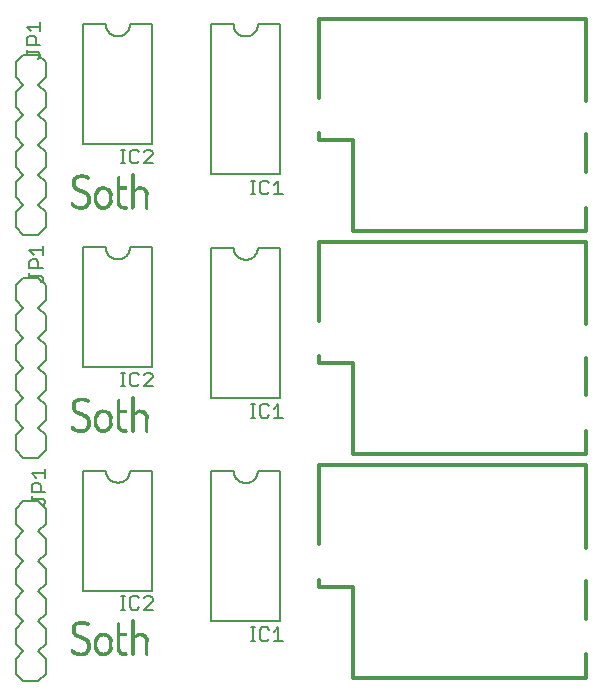
<source format=gto>
G75*
%MOIN*%
%OFA0B0*%
%FSLAX25Y25*%
%IPPOS*%
%LPD*%
%AMOC8*
5,1,8,0,0,1.08239X$1,22.5*
%
%ADD10C,0.00500*%
%ADD11C,0.00600*%
%ADD12C,0.00800*%
%ADD13C,0.01181*%
%ADD14R,0.00800X0.00040*%
%ADD15R,0.00600X0.00040*%
%ADD16R,0.01520X0.00040*%
%ADD17R,0.01160X0.00040*%
%ADD18R,0.01960X0.00040*%
%ADD19R,0.01480X0.00040*%
%ADD20R,0.02320X0.00040*%
%ADD21R,0.01720X0.00040*%
%ADD22R,0.01040X0.00040*%
%ADD23R,0.00320X0.00040*%
%ADD24R,0.00360X0.00040*%
%ADD25R,0.02640X0.00040*%
%ADD26R,0.01400X0.00040*%
%ADD27R,0.00520X0.00040*%
%ADD28R,0.00520X0.00040*%
%ADD29R,0.02840X0.00040*%
%ADD30R,0.02120X0.00040*%
%ADD31R,0.01640X0.00040*%
%ADD32R,0.00640X0.00040*%
%ADD33R,0.00680X0.00040*%
%ADD34R,0.03080X0.00040*%
%ADD35R,0.02360X0.00040*%
%ADD36R,0.01840X0.00040*%
%ADD37R,0.00760X0.00040*%
%ADD38R,0.03280X0.00040*%
%ADD39R,0.02520X0.00040*%
%ADD40R,0.00840X0.00040*%
%ADD41R,0.03480X0.00040*%
%ADD42R,0.02680X0.00040*%
%ADD43R,0.02120X0.00040*%
%ADD44R,0.00880X0.00040*%
%ADD45R,0.00920X0.00040*%
%ADD46R,0.03640X0.00040*%
%ADD47R,0.02760X0.00040*%
%ADD48R,0.02240X0.00040*%
%ADD49R,0.00960X0.00040*%
%ADD50R,0.01000X0.00040*%
%ADD51R,0.03800X0.00040*%
%ADD52R,0.02920X0.00040*%
%ADD53R,0.02320X0.00040*%
%ADD54R,0.00960X0.00040*%
%ADD55R,0.01000X0.00040*%
%ADD56R,0.03960X0.00040*%
%ADD57R,0.03040X0.00040*%
%ADD58R,0.02400X0.00040*%
%ADD59R,0.04080X0.00040*%
%ADD60R,0.03160X0.00040*%
%ADD61R,0.02520X0.00040*%
%ADD62R,0.01040X0.00040*%
%ADD63R,0.04240X0.00040*%
%ADD64R,0.02560X0.00040*%
%ADD65R,0.04360X0.00040*%
%ADD66R,0.03360X0.00040*%
%ADD67R,0.04480X0.00040*%
%ADD68R,0.03480X0.00040*%
%ADD69R,0.02680X0.00040*%
%ADD70R,0.01040X0.00040*%
%ADD71R,0.04600X0.00040*%
%ADD72R,0.03560X0.00040*%
%ADD73R,0.02720X0.00040*%
%ADD74R,0.04680X0.00040*%
%ADD75R,0.04760X0.00040*%
%ADD76R,0.03760X0.00040*%
%ADD77R,0.02800X0.00040*%
%ADD78R,0.04920X0.00040*%
%ADD79R,0.03880X0.00040*%
%ADD80R,0.05000X0.00040*%
%ADD81R,0.03960X0.00040*%
%ADD82R,0.05120X0.00040*%
%ADD83R,0.04080X0.00040*%
%ADD84R,0.02840X0.00040*%
%ADD85R,0.05200X0.00040*%
%ADD86R,0.04160X0.00040*%
%ADD87R,0.02840X0.00040*%
%ADD88R,0.05280X0.00040*%
%ADD89R,0.04240X0.00040*%
%ADD90R,0.01880X0.00040*%
%ADD91R,0.02000X0.00040*%
%ADD92R,0.01720X0.00040*%
%ADD93R,0.01720X0.00040*%
%ADD94R,0.02800X0.00040*%
%ADD95R,0.01880X0.00040*%
%ADD96R,0.01640X0.00040*%
%ADD97R,0.01800X0.00040*%
%ADD98R,0.01560X0.00040*%
%ADD99R,0.01760X0.00040*%
%ADD100R,0.01520X0.00040*%
%ADD101R,0.01600X0.00040*%
%ADD102R,0.01440X0.00040*%
%ADD103R,0.01680X0.00040*%
%ADD104R,0.01560X0.00040*%
%ADD105R,0.01440X0.00040*%
%ADD106R,0.01400X0.00040*%
%ADD107R,0.01320X0.00040*%
%ADD108R,0.01280X0.00040*%
%ADD109R,0.01360X0.00040*%
%ADD110R,0.01360X0.00040*%
%ADD111R,0.01240X0.00040*%
%ADD112R,0.01440X0.00040*%
%ADD113R,0.01320X0.00040*%
%ADD114R,0.01320X0.00040*%
%ADD115R,0.01200X0.00040*%
%ADD116R,0.01360X0.00040*%
%ADD117R,0.01280X0.00040*%
%ADD118R,0.01280X0.00040*%
%ADD119R,0.01160X0.00040*%
%ADD120R,0.01280X0.00040*%
%ADD121R,0.01240X0.00040*%
%ADD122R,0.01120X0.00040*%
%ADD123R,0.01120X0.00040*%
%ADD124R,0.01080X0.00040*%
%ADD125R,0.01200X0.00040*%
%ADD126R,0.01240X0.00040*%
%ADD127R,0.01080X0.00040*%
%ADD128R,0.01160X0.00040*%
%ADD129R,0.01080X0.00040*%
%ADD130R,0.01120X0.00040*%
%ADD131R,0.00920X0.00040*%
%ADD132R,0.01080X0.00040*%
%ADD133R,0.01040X0.00040*%
%ADD134R,0.00640X0.00040*%
%ADD135R,0.00600X0.00040*%
%ADD136R,0.00440X0.00040*%
%ADD137R,0.00320X0.00040*%
%ADD138R,0.01480X0.00040*%
%ADD139R,0.01520X0.00040*%
%ADD140R,0.01680X0.00040*%
%ADD141R,0.01720X0.00040*%
%ADD142R,0.01760X0.00040*%
%ADD143R,0.01840X0.00040*%
%ADD144R,0.01920X0.00040*%
%ADD145R,0.01960X0.00040*%
%ADD146R,0.01120X0.00040*%
%ADD147R,0.01160X0.00040*%
%ADD148R,0.02040X0.00040*%
%ADD149R,0.02160X0.00040*%
%ADD150R,0.02280X0.00040*%
%ADD151R,0.02440X0.00040*%
%ADD152R,0.02480X0.00040*%
%ADD153R,0.02560X0.00040*%
%ADD154R,0.01360X0.00040*%
%ADD155R,0.02600X0.00040*%
%ADD156R,0.02680X0.00040*%
%ADD157R,0.02720X0.00040*%
%ADD158R,0.02720X0.00040*%
%ADD159R,0.01520X0.00040*%
%ADD160R,0.01560X0.00040*%
%ADD161R,0.02760X0.00040*%
%ADD162R,0.02760X0.00040*%
%ADD163R,0.01320X0.00040*%
%ADD164R,0.01760X0.00040*%
%ADD165R,0.01920X0.00040*%
%ADD166R,0.01480X0.00040*%
%ADD167R,0.02040X0.00040*%
%ADD168R,0.01640X0.00040*%
%ADD169R,0.01680X0.00040*%
%ADD170R,0.02560X0.00040*%
%ADD171R,0.01880X0.00040*%
%ADD172R,0.01880X0.00040*%
%ADD173R,0.01440X0.00040*%
%ADD174R,0.01920X0.00040*%
%ADD175R,0.04280X0.00040*%
%ADD176R,0.03120X0.00040*%
%ADD177R,0.02440X0.00040*%
%ADD178R,0.03200X0.00040*%
%ADD179R,0.03840X0.00040*%
%ADD180R,0.02360X0.00040*%
%ADD181R,0.04200X0.00040*%
%ADD182R,0.03240X0.00040*%
%ADD183R,0.03800X0.00040*%
%ADD184R,0.02280X0.00040*%
%ADD185R,0.04040X0.00040*%
%ADD186R,0.03280X0.00040*%
%ADD187R,0.03680X0.00040*%
%ADD188R,0.02200X0.00040*%
%ADD189R,0.03320X0.00040*%
%ADD190R,0.03600X0.00040*%
%ADD191R,0.03320X0.00040*%
%ADD192R,0.03520X0.00040*%
%ADD193R,0.02080X0.00040*%
%ADD194R,0.03440X0.00040*%
%ADD195R,0.02000X0.00040*%
%ADD196R,0.03680X0.00040*%
%ADD197R,0.03360X0.00040*%
%ADD198R,0.03200X0.00040*%
%ADD199R,0.03000X0.00040*%
%ADD200R,0.02880X0.00040*%
%ADD201R,0.02880X0.00040*%
%ADD202R,0.02640X0.00040*%
%ADD203R,0.02280X0.00040*%
%ADD204R,0.02120X0.00040*%
%ADD205R,0.03240X0.00040*%
%ADD206R,0.01920X0.00040*%
%ADD207R,0.00960X0.00040*%
%ADD208R,0.00240X0.00040*%
%ADD209R,0.00240X0.00040*%
%ADD210R,0.00080X0.00040*%
%ADD211R,0.00480X0.00040*%
%ADD212R,0.00680X0.00040*%
%ADD213R,0.00880X0.00040*%
%ADD214R,0.05240X0.00040*%
%ADD215R,0.05160X0.00040*%
%ADD216R,0.05080X0.00040*%
%ADD217R,0.05040X0.00040*%
%ADD218R,0.04960X0.00040*%
%ADD219R,0.00840X0.00040*%
%ADD220R,0.04920X0.00040*%
%ADD221R,0.04800X0.00040*%
%ADD222R,0.04720X0.00040*%
%ADD223R,0.03880X0.00040*%
%ADD224R,0.03720X0.00040*%
%ADD225R,0.03400X0.00040*%
%ADD226R,0.02960X0.00040*%
%ADD227R,0.02320X0.00040*%
%ADD228R,0.00560X0.00040*%
%ADD229R,0.00880X0.00040*%
%ADD230R,0.00800X0.00040*%
%ADD231R,0.00720X0.00040*%
D10*
X0117144Y0085077D02*
X0118645Y0085077D01*
X0117894Y0085077D02*
X0117894Y0089581D01*
X0117144Y0089581D02*
X0118645Y0089581D01*
X0120213Y0088830D02*
X0120213Y0085827D01*
X0120964Y0085077D01*
X0122465Y0085077D01*
X0123216Y0085827D01*
X0124817Y0085077D02*
X0127820Y0088079D01*
X0127820Y0088830D01*
X0127069Y0089581D01*
X0125568Y0089581D01*
X0124817Y0088830D01*
X0123216Y0088830D02*
X0122465Y0089581D01*
X0120964Y0089581D01*
X0120213Y0088830D01*
X0124817Y0085077D02*
X0127820Y0085077D01*
X0160569Y0079226D02*
X0162070Y0079226D01*
X0161320Y0079226D02*
X0161320Y0074722D01*
X0162070Y0074722D02*
X0160569Y0074722D01*
X0163638Y0075473D02*
X0163638Y0078476D01*
X0164389Y0079226D01*
X0165890Y0079226D01*
X0166641Y0078476D01*
X0168242Y0077725D02*
X0169743Y0079226D01*
X0169743Y0074722D01*
X0168242Y0074722D02*
X0171245Y0074722D01*
X0166641Y0075473D02*
X0165890Y0074722D01*
X0164389Y0074722D01*
X0163638Y0075473D01*
X0091958Y0120568D02*
X0091958Y0121318D01*
X0091207Y0122069D01*
X0087454Y0122069D01*
X0087454Y0121318D02*
X0087454Y0122820D01*
X0087454Y0124421D02*
X0087454Y0126673D01*
X0088205Y0127423D01*
X0089706Y0127423D01*
X0090457Y0126673D01*
X0090457Y0124421D01*
X0091958Y0124421D02*
X0087454Y0124421D01*
X0091958Y0120568D02*
X0091207Y0119817D01*
X0091958Y0129025D02*
X0091958Y0132027D01*
X0091958Y0130526D02*
X0087454Y0130526D01*
X0088955Y0129025D01*
X0117144Y0159486D02*
X0118645Y0159486D01*
X0117894Y0159486D02*
X0117894Y0163990D01*
X0117144Y0163990D02*
X0118645Y0163990D01*
X0120213Y0163239D02*
X0120213Y0160237D01*
X0120964Y0159486D01*
X0122465Y0159486D01*
X0123216Y0160237D01*
X0124817Y0159486D02*
X0127820Y0162489D01*
X0127820Y0163239D01*
X0127069Y0163990D01*
X0125568Y0163990D01*
X0124817Y0163239D01*
X0123216Y0163239D02*
X0122465Y0163990D01*
X0120964Y0163990D01*
X0120213Y0163239D01*
X0124817Y0159486D02*
X0127820Y0159486D01*
X0160569Y0153636D02*
X0162070Y0153636D01*
X0161320Y0153636D02*
X0161320Y0149132D01*
X0162070Y0149132D02*
X0160569Y0149132D01*
X0163638Y0149883D02*
X0163638Y0152885D01*
X0164389Y0153636D01*
X0165890Y0153636D01*
X0166641Y0152885D01*
X0168242Y0152134D02*
X0169743Y0153636D01*
X0169743Y0149132D01*
X0168242Y0149132D02*
X0171245Y0149132D01*
X0166641Y0149883D02*
X0165890Y0149132D01*
X0164389Y0149132D01*
X0163638Y0149883D01*
X0164389Y0223541D02*
X0165890Y0223541D01*
X0166641Y0224292D01*
X0168242Y0223541D02*
X0171245Y0223541D01*
X0169743Y0223541D02*
X0169743Y0228045D01*
X0168242Y0226544D01*
X0166641Y0227295D02*
X0165890Y0228045D01*
X0164389Y0228045D01*
X0163638Y0227295D01*
X0163638Y0224292D01*
X0164389Y0223541D01*
X0162070Y0223541D02*
X0160569Y0223541D01*
X0161320Y0223541D02*
X0161320Y0228045D01*
X0162070Y0228045D02*
X0160569Y0228045D01*
X0127820Y0233896D02*
X0124817Y0233896D01*
X0127820Y0236898D01*
X0127820Y0237649D01*
X0127069Y0238400D01*
X0125568Y0238400D01*
X0124817Y0237649D01*
X0123216Y0237649D02*
X0122465Y0238400D01*
X0120964Y0238400D01*
X0120213Y0237649D01*
X0120213Y0234646D01*
X0120964Y0233896D01*
X0122465Y0233896D01*
X0123216Y0234646D01*
X0118645Y0233896D02*
X0117144Y0233896D01*
X0117894Y0233896D02*
X0117894Y0238400D01*
X0117144Y0238400D02*
X0118645Y0238400D01*
X0089632Y0268636D02*
X0090383Y0269386D01*
X0090383Y0270137D01*
X0089632Y0270888D01*
X0085879Y0270888D01*
X0085879Y0271638D02*
X0085879Y0270137D01*
X0085879Y0273240D02*
X0085879Y0275492D01*
X0086630Y0276242D01*
X0088131Y0276242D01*
X0088882Y0275492D01*
X0088882Y0273240D01*
X0090383Y0273240D02*
X0085879Y0273240D01*
X0087380Y0277844D02*
X0085879Y0279345D01*
X0090383Y0279345D01*
X0090383Y0277844D02*
X0090383Y0280846D01*
X0091170Y0206437D02*
X0091170Y0203434D01*
X0091170Y0204936D02*
X0086667Y0204936D01*
X0088168Y0203434D01*
X0087417Y0201833D02*
X0088919Y0201833D01*
X0089669Y0201082D01*
X0089669Y0198830D01*
X0091170Y0198830D02*
X0086667Y0198830D01*
X0086667Y0201082D01*
X0087417Y0201833D01*
X0086667Y0197229D02*
X0086667Y0195728D01*
X0086667Y0196478D02*
X0090420Y0196478D01*
X0091170Y0195728D01*
X0091170Y0194977D01*
X0090420Y0194226D01*
D11*
X0104689Y0205874D02*
X0112189Y0205874D01*
X0112191Y0205748D01*
X0112197Y0205623D01*
X0112207Y0205498D01*
X0112221Y0205373D01*
X0112238Y0205248D01*
X0112260Y0205124D01*
X0112285Y0205001D01*
X0112315Y0204879D01*
X0112348Y0204758D01*
X0112385Y0204638D01*
X0112425Y0204519D01*
X0112470Y0204402D01*
X0112518Y0204285D01*
X0112570Y0204171D01*
X0112625Y0204058D01*
X0112684Y0203947D01*
X0112746Y0203838D01*
X0112812Y0203731D01*
X0112881Y0203626D01*
X0112953Y0203523D01*
X0113028Y0203422D01*
X0113107Y0203324D01*
X0113189Y0203229D01*
X0113273Y0203136D01*
X0113361Y0203046D01*
X0113451Y0202958D01*
X0113544Y0202874D01*
X0113639Y0202792D01*
X0113737Y0202713D01*
X0113838Y0202638D01*
X0113941Y0202566D01*
X0114046Y0202497D01*
X0114153Y0202431D01*
X0114262Y0202369D01*
X0114373Y0202310D01*
X0114486Y0202255D01*
X0114600Y0202203D01*
X0114717Y0202155D01*
X0114834Y0202110D01*
X0114953Y0202070D01*
X0115073Y0202033D01*
X0115194Y0202000D01*
X0115316Y0201970D01*
X0115439Y0201945D01*
X0115563Y0201923D01*
X0115688Y0201906D01*
X0115813Y0201892D01*
X0115938Y0201882D01*
X0116063Y0201876D01*
X0116189Y0201874D01*
X0116315Y0201876D01*
X0116440Y0201882D01*
X0116565Y0201892D01*
X0116690Y0201906D01*
X0116815Y0201923D01*
X0116939Y0201945D01*
X0117062Y0201970D01*
X0117184Y0202000D01*
X0117305Y0202033D01*
X0117425Y0202070D01*
X0117544Y0202110D01*
X0117661Y0202155D01*
X0117778Y0202203D01*
X0117892Y0202255D01*
X0118005Y0202310D01*
X0118116Y0202369D01*
X0118225Y0202431D01*
X0118332Y0202497D01*
X0118437Y0202566D01*
X0118540Y0202638D01*
X0118641Y0202713D01*
X0118739Y0202792D01*
X0118834Y0202874D01*
X0118927Y0202958D01*
X0119017Y0203046D01*
X0119105Y0203136D01*
X0119189Y0203229D01*
X0119271Y0203324D01*
X0119350Y0203422D01*
X0119425Y0203523D01*
X0119497Y0203626D01*
X0119566Y0203731D01*
X0119632Y0203838D01*
X0119694Y0203947D01*
X0119753Y0204058D01*
X0119808Y0204171D01*
X0119860Y0204285D01*
X0119908Y0204402D01*
X0119953Y0204519D01*
X0119993Y0204638D01*
X0120030Y0204758D01*
X0120063Y0204879D01*
X0120093Y0205001D01*
X0120118Y0205124D01*
X0120140Y0205248D01*
X0120157Y0205373D01*
X0120171Y0205498D01*
X0120181Y0205623D01*
X0120187Y0205748D01*
X0120189Y0205874D01*
X0127689Y0205874D01*
X0127689Y0165874D01*
X0104689Y0165874D01*
X0104689Y0205874D01*
X0104689Y0240283D02*
X0127689Y0240283D01*
X0127689Y0280283D01*
X0120189Y0280283D01*
X0120187Y0280157D01*
X0120181Y0280032D01*
X0120171Y0279907D01*
X0120157Y0279782D01*
X0120140Y0279657D01*
X0120118Y0279533D01*
X0120093Y0279410D01*
X0120063Y0279288D01*
X0120030Y0279167D01*
X0119993Y0279047D01*
X0119953Y0278928D01*
X0119908Y0278811D01*
X0119860Y0278694D01*
X0119808Y0278580D01*
X0119753Y0278467D01*
X0119694Y0278356D01*
X0119632Y0278247D01*
X0119566Y0278140D01*
X0119497Y0278035D01*
X0119425Y0277932D01*
X0119350Y0277831D01*
X0119271Y0277733D01*
X0119189Y0277638D01*
X0119105Y0277545D01*
X0119017Y0277455D01*
X0118927Y0277367D01*
X0118834Y0277283D01*
X0118739Y0277201D01*
X0118641Y0277122D01*
X0118540Y0277047D01*
X0118437Y0276975D01*
X0118332Y0276906D01*
X0118225Y0276840D01*
X0118116Y0276778D01*
X0118005Y0276719D01*
X0117892Y0276664D01*
X0117778Y0276612D01*
X0117661Y0276564D01*
X0117544Y0276519D01*
X0117425Y0276479D01*
X0117305Y0276442D01*
X0117184Y0276409D01*
X0117062Y0276379D01*
X0116939Y0276354D01*
X0116815Y0276332D01*
X0116690Y0276315D01*
X0116565Y0276301D01*
X0116440Y0276291D01*
X0116315Y0276285D01*
X0116189Y0276283D01*
X0116063Y0276285D01*
X0115938Y0276291D01*
X0115813Y0276301D01*
X0115688Y0276315D01*
X0115563Y0276332D01*
X0115439Y0276354D01*
X0115316Y0276379D01*
X0115194Y0276409D01*
X0115073Y0276442D01*
X0114953Y0276479D01*
X0114834Y0276519D01*
X0114717Y0276564D01*
X0114600Y0276612D01*
X0114486Y0276664D01*
X0114373Y0276719D01*
X0114262Y0276778D01*
X0114153Y0276840D01*
X0114046Y0276906D01*
X0113941Y0276975D01*
X0113838Y0277047D01*
X0113737Y0277122D01*
X0113639Y0277201D01*
X0113544Y0277283D01*
X0113451Y0277367D01*
X0113361Y0277455D01*
X0113273Y0277545D01*
X0113189Y0277638D01*
X0113107Y0277733D01*
X0113028Y0277831D01*
X0112953Y0277932D01*
X0112881Y0278035D01*
X0112812Y0278140D01*
X0112746Y0278247D01*
X0112684Y0278356D01*
X0112625Y0278467D01*
X0112570Y0278580D01*
X0112518Y0278694D01*
X0112470Y0278811D01*
X0112425Y0278928D01*
X0112385Y0279047D01*
X0112348Y0279167D01*
X0112315Y0279288D01*
X0112285Y0279410D01*
X0112260Y0279533D01*
X0112238Y0279657D01*
X0112221Y0279782D01*
X0112207Y0279907D01*
X0112197Y0280032D01*
X0112191Y0280157D01*
X0112189Y0280283D01*
X0104689Y0280283D01*
X0104689Y0240283D01*
X0147327Y0230165D02*
X0170327Y0230165D01*
X0170327Y0280165D01*
X0162827Y0280165D01*
X0162825Y0280039D01*
X0162819Y0279914D01*
X0162809Y0279789D01*
X0162795Y0279664D01*
X0162778Y0279539D01*
X0162756Y0279415D01*
X0162731Y0279292D01*
X0162701Y0279170D01*
X0162668Y0279049D01*
X0162631Y0278929D01*
X0162591Y0278810D01*
X0162546Y0278693D01*
X0162498Y0278576D01*
X0162446Y0278462D01*
X0162391Y0278349D01*
X0162332Y0278238D01*
X0162270Y0278129D01*
X0162204Y0278022D01*
X0162135Y0277917D01*
X0162063Y0277814D01*
X0161988Y0277713D01*
X0161909Y0277615D01*
X0161827Y0277520D01*
X0161743Y0277427D01*
X0161655Y0277337D01*
X0161565Y0277249D01*
X0161472Y0277165D01*
X0161377Y0277083D01*
X0161279Y0277004D01*
X0161178Y0276929D01*
X0161075Y0276857D01*
X0160970Y0276788D01*
X0160863Y0276722D01*
X0160754Y0276660D01*
X0160643Y0276601D01*
X0160530Y0276546D01*
X0160416Y0276494D01*
X0160299Y0276446D01*
X0160182Y0276401D01*
X0160063Y0276361D01*
X0159943Y0276324D01*
X0159822Y0276291D01*
X0159700Y0276261D01*
X0159577Y0276236D01*
X0159453Y0276214D01*
X0159328Y0276197D01*
X0159203Y0276183D01*
X0159078Y0276173D01*
X0158953Y0276167D01*
X0158827Y0276165D01*
X0158701Y0276167D01*
X0158576Y0276173D01*
X0158451Y0276183D01*
X0158326Y0276197D01*
X0158201Y0276214D01*
X0158077Y0276236D01*
X0157954Y0276261D01*
X0157832Y0276291D01*
X0157711Y0276324D01*
X0157591Y0276361D01*
X0157472Y0276401D01*
X0157355Y0276446D01*
X0157238Y0276494D01*
X0157124Y0276546D01*
X0157011Y0276601D01*
X0156900Y0276660D01*
X0156791Y0276722D01*
X0156684Y0276788D01*
X0156579Y0276857D01*
X0156476Y0276929D01*
X0156375Y0277004D01*
X0156277Y0277083D01*
X0156182Y0277165D01*
X0156089Y0277249D01*
X0155999Y0277337D01*
X0155911Y0277427D01*
X0155827Y0277520D01*
X0155745Y0277615D01*
X0155666Y0277713D01*
X0155591Y0277814D01*
X0155519Y0277917D01*
X0155450Y0278022D01*
X0155384Y0278129D01*
X0155322Y0278238D01*
X0155263Y0278349D01*
X0155208Y0278462D01*
X0155156Y0278576D01*
X0155108Y0278693D01*
X0155063Y0278810D01*
X0155023Y0278929D01*
X0154986Y0279049D01*
X0154953Y0279170D01*
X0154923Y0279292D01*
X0154898Y0279415D01*
X0154876Y0279539D01*
X0154859Y0279664D01*
X0154845Y0279789D01*
X0154835Y0279914D01*
X0154829Y0280039D01*
X0154827Y0280165D01*
X0147327Y0280165D01*
X0147327Y0230165D01*
X0147327Y0205756D02*
X0154827Y0205756D01*
X0154829Y0205630D01*
X0154835Y0205505D01*
X0154845Y0205380D01*
X0154859Y0205255D01*
X0154876Y0205130D01*
X0154898Y0205006D01*
X0154923Y0204883D01*
X0154953Y0204761D01*
X0154986Y0204640D01*
X0155023Y0204520D01*
X0155063Y0204401D01*
X0155108Y0204284D01*
X0155156Y0204167D01*
X0155208Y0204053D01*
X0155263Y0203940D01*
X0155322Y0203829D01*
X0155384Y0203720D01*
X0155450Y0203613D01*
X0155519Y0203508D01*
X0155591Y0203405D01*
X0155666Y0203304D01*
X0155745Y0203206D01*
X0155827Y0203111D01*
X0155911Y0203018D01*
X0155999Y0202928D01*
X0156089Y0202840D01*
X0156182Y0202756D01*
X0156277Y0202674D01*
X0156375Y0202595D01*
X0156476Y0202520D01*
X0156579Y0202448D01*
X0156684Y0202379D01*
X0156791Y0202313D01*
X0156900Y0202251D01*
X0157011Y0202192D01*
X0157124Y0202137D01*
X0157238Y0202085D01*
X0157355Y0202037D01*
X0157472Y0201992D01*
X0157591Y0201952D01*
X0157711Y0201915D01*
X0157832Y0201882D01*
X0157954Y0201852D01*
X0158077Y0201827D01*
X0158201Y0201805D01*
X0158326Y0201788D01*
X0158451Y0201774D01*
X0158576Y0201764D01*
X0158701Y0201758D01*
X0158827Y0201756D01*
X0158953Y0201758D01*
X0159078Y0201764D01*
X0159203Y0201774D01*
X0159328Y0201788D01*
X0159453Y0201805D01*
X0159577Y0201827D01*
X0159700Y0201852D01*
X0159822Y0201882D01*
X0159943Y0201915D01*
X0160063Y0201952D01*
X0160182Y0201992D01*
X0160299Y0202037D01*
X0160416Y0202085D01*
X0160530Y0202137D01*
X0160643Y0202192D01*
X0160754Y0202251D01*
X0160863Y0202313D01*
X0160970Y0202379D01*
X0161075Y0202448D01*
X0161178Y0202520D01*
X0161279Y0202595D01*
X0161377Y0202674D01*
X0161472Y0202756D01*
X0161565Y0202840D01*
X0161655Y0202928D01*
X0161743Y0203018D01*
X0161827Y0203111D01*
X0161909Y0203206D01*
X0161988Y0203304D01*
X0162063Y0203405D01*
X0162135Y0203508D01*
X0162204Y0203613D01*
X0162270Y0203720D01*
X0162332Y0203829D01*
X0162391Y0203940D01*
X0162446Y0204053D01*
X0162498Y0204167D01*
X0162546Y0204284D01*
X0162591Y0204401D01*
X0162631Y0204520D01*
X0162668Y0204640D01*
X0162701Y0204761D01*
X0162731Y0204883D01*
X0162756Y0205006D01*
X0162778Y0205130D01*
X0162795Y0205255D01*
X0162809Y0205380D01*
X0162819Y0205505D01*
X0162825Y0205630D01*
X0162827Y0205756D01*
X0170327Y0205756D01*
X0170327Y0155756D01*
X0147327Y0155756D01*
X0147327Y0205756D01*
X0147327Y0131346D02*
X0154827Y0131346D01*
X0154829Y0131220D01*
X0154835Y0131095D01*
X0154845Y0130970D01*
X0154859Y0130845D01*
X0154876Y0130720D01*
X0154898Y0130596D01*
X0154923Y0130473D01*
X0154953Y0130351D01*
X0154986Y0130230D01*
X0155023Y0130110D01*
X0155063Y0129991D01*
X0155108Y0129874D01*
X0155156Y0129757D01*
X0155208Y0129643D01*
X0155263Y0129530D01*
X0155322Y0129419D01*
X0155384Y0129310D01*
X0155450Y0129203D01*
X0155519Y0129098D01*
X0155591Y0128995D01*
X0155666Y0128894D01*
X0155745Y0128796D01*
X0155827Y0128701D01*
X0155911Y0128608D01*
X0155999Y0128518D01*
X0156089Y0128430D01*
X0156182Y0128346D01*
X0156277Y0128264D01*
X0156375Y0128185D01*
X0156476Y0128110D01*
X0156579Y0128038D01*
X0156684Y0127969D01*
X0156791Y0127903D01*
X0156900Y0127841D01*
X0157011Y0127782D01*
X0157124Y0127727D01*
X0157238Y0127675D01*
X0157355Y0127627D01*
X0157472Y0127582D01*
X0157591Y0127542D01*
X0157711Y0127505D01*
X0157832Y0127472D01*
X0157954Y0127442D01*
X0158077Y0127417D01*
X0158201Y0127395D01*
X0158326Y0127378D01*
X0158451Y0127364D01*
X0158576Y0127354D01*
X0158701Y0127348D01*
X0158827Y0127346D01*
X0158953Y0127348D01*
X0159078Y0127354D01*
X0159203Y0127364D01*
X0159328Y0127378D01*
X0159453Y0127395D01*
X0159577Y0127417D01*
X0159700Y0127442D01*
X0159822Y0127472D01*
X0159943Y0127505D01*
X0160063Y0127542D01*
X0160182Y0127582D01*
X0160299Y0127627D01*
X0160416Y0127675D01*
X0160530Y0127727D01*
X0160643Y0127782D01*
X0160754Y0127841D01*
X0160863Y0127903D01*
X0160970Y0127969D01*
X0161075Y0128038D01*
X0161178Y0128110D01*
X0161279Y0128185D01*
X0161377Y0128264D01*
X0161472Y0128346D01*
X0161565Y0128430D01*
X0161655Y0128518D01*
X0161743Y0128608D01*
X0161827Y0128701D01*
X0161909Y0128796D01*
X0161988Y0128894D01*
X0162063Y0128995D01*
X0162135Y0129098D01*
X0162204Y0129203D01*
X0162270Y0129310D01*
X0162332Y0129419D01*
X0162391Y0129530D01*
X0162446Y0129643D01*
X0162498Y0129757D01*
X0162546Y0129874D01*
X0162591Y0129991D01*
X0162631Y0130110D01*
X0162668Y0130230D01*
X0162701Y0130351D01*
X0162731Y0130473D01*
X0162756Y0130596D01*
X0162778Y0130720D01*
X0162795Y0130845D01*
X0162809Y0130970D01*
X0162819Y0131095D01*
X0162825Y0131220D01*
X0162827Y0131346D01*
X0170327Y0131346D01*
X0170327Y0081346D01*
X0147327Y0081346D01*
X0147327Y0131346D01*
X0127689Y0131465D02*
X0120189Y0131465D01*
X0120187Y0131339D01*
X0120181Y0131214D01*
X0120171Y0131089D01*
X0120157Y0130964D01*
X0120140Y0130839D01*
X0120118Y0130715D01*
X0120093Y0130592D01*
X0120063Y0130470D01*
X0120030Y0130349D01*
X0119993Y0130229D01*
X0119953Y0130110D01*
X0119908Y0129993D01*
X0119860Y0129876D01*
X0119808Y0129762D01*
X0119753Y0129649D01*
X0119694Y0129538D01*
X0119632Y0129429D01*
X0119566Y0129322D01*
X0119497Y0129217D01*
X0119425Y0129114D01*
X0119350Y0129013D01*
X0119271Y0128915D01*
X0119189Y0128820D01*
X0119105Y0128727D01*
X0119017Y0128637D01*
X0118927Y0128549D01*
X0118834Y0128465D01*
X0118739Y0128383D01*
X0118641Y0128304D01*
X0118540Y0128229D01*
X0118437Y0128157D01*
X0118332Y0128088D01*
X0118225Y0128022D01*
X0118116Y0127960D01*
X0118005Y0127901D01*
X0117892Y0127846D01*
X0117778Y0127794D01*
X0117661Y0127746D01*
X0117544Y0127701D01*
X0117425Y0127661D01*
X0117305Y0127624D01*
X0117184Y0127591D01*
X0117062Y0127561D01*
X0116939Y0127536D01*
X0116815Y0127514D01*
X0116690Y0127497D01*
X0116565Y0127483D01*
X0116440Y0127473D01*
X0116315Y0127467D01*
X0116189Y0127465D01*
X0116063Y0127467D01*
X0115938Y0127473D01*
X0115813Y0127483D01*
X0115688Y0127497D01*
X0115563Y0127514D01*
X0115439Y0127536D01*
X0115316Y0127561D01*
X0115194Y0127591D01*
X0115073Y0127624D01*
X0114953Y0127661D01*
X0114834Y0127701D01*
X0114717Y0127746D01*
X0114600Y0127794D01*
X0114486Y0127846D01*
X0114373Y0127901D01*
X0114262Y0127960D01*
X0114153Y0128022D01*
X0114046Y0128088D01*
X0113941Y0128157D01*
X0113838Y0128229D01*
X0113737Y0128304D01*
X0113639Y0128383D01*
X0113544Y0128465D01*
X0113451Y0128549D01*
X0113361Y0128637D01*
X0113273Y0128727D01*
X0113189Y0128820D01*
X0113107Y0128915D01*
X0113028Y0129013D01*
X0112953Y0129114D01*
X0112881Y0129217D01*
X0112812Y0129322D01*
X0112746Y0129429D01*
X0112684Y0129538D01*
X0112625Y0129649D01*
X0112570Y0129762D01*
X0112518Y0129876D01*
X0112470Y0129993D01*
X0112425Y0130110D01*
X0112385Y0130229D01*
X0112348Y0130349D01*
X0112315Y0130470D01*
X0112285Y0130592D01*
X0112260Y0130715D01*
X0112238Y0130839D01*
X0112221Y0130964D01*
X0112207Y0131089D01*
X0112197Y0131214D01*
X0112191Y0131339D01*
X0112189Y0131465D01*
X0104689Y0131465D01*
X0104689Y0091465D01*
X0127689Y0091465D01*
X0127689Y0131465D01*
D12*
X0082094Y0063768D02*
X0084594Y0061268D01*
X0089594Y0061268D01*
X0092094Y0063768D01*
X0092094Y0068768D01*
X0089594Y0071268D01*
X0092094Y0073768D01*
X0092094Y0078768D01*
X0089594Y0081268D01*
X0092094Y0083768D01*
X0092094Y0088768D01*
X0089594Y0091268D01*
X0092094Y0093768D01*
X0092094Y0098768D01*
X0089594Y0101268D01*
X0092094Y0103768D01*
X0092094Y0108768D01*
X0089594Y0111268D01*
X0092094Y0113768D01*
X0092094Y0118768D01*
X0089594Y0121268D01*
X0084594Y0121268D01*
X0082094Y0118768D01*
X0082094Y0113768D01*
X0084594Y0111268D01*
X0082094Y0108768D01*
X0082094Y0103768D01*
X0084594Y0101268D01*
X0082094Y0098768D01*
X0082094Y0093768D01*
X0084594Y0091268D01*
X0082094Y0088768D01*
X0082094Y0083768D01*
X0084594Y0081268D01*
X0082094Y0078768D01*
X0082094Y0073768D01*
X0084594Y0071268D01*
X0082094Y0068768D01*
X0082094Y0063768D01*
X0084594Y0135677D02*
X0089594Y0135677D01*
X0092094Y0138177D01*
X0092094Y0143177D01*
X0089594Y0145677D01*
X0092094Y0148177D01*
X0092094Y0153177D01*
X0089594Y0155677D01*
X0092094Y0158177D01*
X0092094Y0163177D01*
X0089594Y0165677D01*
X0092094Y0168177D01*
X0092094Y0173177D01*
X0089594Y0175677D01*
X0092094Y0178177D01*
X0092094Y0183177D01*
X0089594Y0185677D01*
X0092094Y0188177D01*
X0092094Y0193177D01*
X0089594Y0195677D01*
X0084594Y0195677D01*
X0082094Y0193177D01*
X0082094Y0188177D01*
X0084594Y0185677D01*
X0082094Y0183177D01*
X0082094Y0178177D01*
X0084594Y0175677D01*
X0082094Y0173177D01*
X0082094Y0168177D01*
X0084594Y0165677D01*
X0082094Y0163177D01*
X0082094Y0158177D01*
X0084594Y0155677D01*
X0082094Y0153177D01*
X0082094Y0148177D01*
X0084594Y0145677D01*
X0082094Y0143177D01*
X0082094Y0138177D01*
X0084594Y0135677D01*
X0084594Y0210087D02*
X0089594Y0210087D01*
X0092094Y0212587D01*
X0092094Y0217587D01*
X0089594Y0220087D01*
X0092094Y0222587D01*
X0092094Y0227587D01*
X0089594Y0230087D01*
X0092094Y0232587D01*
X0092094Y0237587D01*
X0089594Y0240087D01*
X0092094Y0242587D01*
X0092094Y0247587D01*
X0089594Y0250087D01*
X0092094Y0252587D01*
X0092094Y0257587D01*
X0089594Y0260087D01*
X0092094Y0262587D01*
X0092094Y0267587D01*
X0089594Y0270087D01*
X0084594Y0270087D01*
X0082094Y0267587D01*
X0082094Y0262587D01*
X0084594Y0260087D01*
X0082094Y0257587D01*
X0082094Y0252587D01*
X0084594Y0250087D01*
X0082094Y0247587D01*
X0082094Y0242587D01*
X0084594Y0240087D01*
X0082094Y0237587D01*
X0082094Y0232587D01*
X0084594Y0230087D01*
X0082094Y0227587D01*
X0082094Y0222587D01*
X0084594Y0220087D01*
X0082094Y0217587D01*
X0082094Y0212587D01*
X0084594Y0210087D01*
D13*
X0183315Y0207724D02*
X0183315Y0181346D01*
X0183315Y0169535D02*
X0183315Y0167173D01*
X0194732Y0167173D01*
X0194732Y0136858D01*
X0272291Y0136858D01*
X0272291Y0144732D01*
X0272291Y0133315D02*
X0272291Y0105756D01*
X0272291Y0094732D02*
X0272291Y0082134D01*
X0272291Y0070323D02*
X0272291Y0062449D01*
X0194732Y0062449D01*
X0194732Y0092764D01*
X0183315Y0092764D01*
X0183315Y0095126D01*
X0183315Y0106937D02*
X0183315Y0133315D01*
X0272291Y0133315D01*
X0272291Y0156543D02*
X0272291Y0169142D01*
X0272291Y0180165D02*
X0272291Y0207724D01*
X0183315Y0207724D01*
X0194732Y0211268D02*
X0194732Y0241583D01*
X0183315Y0241583D01*
X0183315Y0243945D01*
X0183315Y0255756D02*
X0183315Y0282134D01*
X0272291Y0282134D01*
X0272291Y0254575D01*
X0272291Y0243551D02*
X0272291Y0230953D01*
X0272291Y0219142D02*
X0272291Y0211268D01*
X0194732Y0211268D01*
D14*
X0106298Y0228554D03*
X0103818Y0218354D03*
X0106298Y0154145D03*
X0103818Y0143945D03*
X0106298Y0079735D03*
X0103818Y0069535D03*
D15*
X0111398Y0069535D03*
X0111398Y0143945D03*
X0111398Y0218354D03*
D16*
X0112938Y0219474D03*
X0105938Y0223314D03*
X0103778Y0218394D03*
X0101498Y0219634D03*
X0101978Y0225634D03*
X0102098Y0228674D03*
X0102098Y0154265D03*
X0101978Y0151225D03*
X0105938Y0148905D03*
X0103778Y0143985D03*
X0101498Y0145225D03*
X0112938Y0145065D03*
X0102098Y0079855D03*
X0101978Y0076815D03*
X0105938Y0074495D03*
X0103778Y0069575D03*
X0101498Y0070815D03*
X0112938Y0070655D03*
D17*
X0113518Y0071295D03*
X0113598Y0071415D03*
X0111398Y0069575D03*
X0109358Y0071175D03*
X0109318Y0071215D03*
X0109318Y0071255D03*
X0109278Y0071295D03*
X0106318Y0071375D03*
X0106278Y0071295D03*
X0106398Y0073775D03*
X0109278Y0075375D03*
X0113598Y0075255D03*
X0113598Y0075215D03*
X0116718Y0070975D03*
X0116758Y0070895D03*
X0122358Y0076055D03*
X0125758Y0075215D03*
X0125758Y0075175D03*
X0101598Y0077375D03*
X0101558Y0077415D03*
X0101558Y0077455D03*
X0101518Y0077575D03*
X0101678Y0079415D03*
X0101718Y0079455D03*
X0101198Y0071175D03*
X0111398Y0143985D03*
X0109358Y0145585D03*
X0109318Y0145625D03*
X0109318Y0145665D03*
X0109278Y0145705D03*
X0106318Y0145785D03*
X0106278Y0145705D03*
X0106398Y0148185D03*
X0109278Y0149785D03*
X0113598Y0149665D03*
X0113598Y0149625D03*
X0113598Y0145825D03*
X0113518Y0145705D03*
X0116718Y0145385D03*
X0116758Y0145305D03*
X0122358Y0150465D03*
X0125758Y0149625D03*
X0125758Y0149585D03*
X0101598Y0151785D03*
X0101558Y0151825D03*
X0101558Y0151865D03*
X0101518Y0151985D03*
X0101678Y0153825D03*
X0101718Y0153865D03*
X0101198Y0145585D03*
X0111398Y0218394D03*
X0109358Y0219994D03*
X0109318Y0220034D03*
X0109318Y0220074D03*
X0109278Y0220114D03*
X0106318Y0220194D03*
X0106278Y0220114D03*
X0106398Y0222594D03*
X0109278Y0224194D03*
X0113598Y0224074D03*
X0113598Y0224034D03*
X0113598Y0220234D03*
X0113518Y0220114D03*
X0116718Y0219794D03*
X0116758Y0219714D03*
X0122358Y0224874D03*
X0125758Y0224034D03*
X0125758Y0223994D03*
X0101598Y0226194D03*
X0101558Y0226234D03*
X0101558Y0226274D03*
X0101518Y0226394D03*
X0101678Y0228234D03*
X0101718Y0228274D03*
X0101198Y0219994D03*
D18*
X0101918Y0219394D03*
X0103798Y0218434D03*
X0102398Y0225314D03*
X0111398Y0218514D03*
X0118278Y0218634D03*
X0102398Y0150905D03*
X0101918Y0144985D03*
X0103798Y0144025D03*
X0111398Y0144105D03*
X0118278Y0144225D03*
X0102398Y0076495D03*
X0101918Y0070575D03*
X0103798Y0069615D03*
X0111398Y0069695D03*
X0118278Y0069815D03*
D19*
X0121398Y0075495D03*
X0125278Y0075855D03*
X0111398Y0069615D03*
X0105998Y0074415D03*
X0101438Y0070855D03*
X0111398Y0144025D03*
X0105998Y0148825D03*
X0101438Y0145265D03*
X0121398Y0149905D03*
X0125278Y0150265D03*
X0111398Y0218434D03*
X0105998Y0223234D03*
X0101438Y0219674D03*
X0121398Y0224314D03*
X0125278Y0224674D03*
D20*
X0103778Y0218474D03*
X0103778Y0144065D03*
X0103778Y0069655D03*
D21*
X0105678Y0070655D03*
X0111398Y0069655D03*
X0110038Y0076095D03*
X0102278Y0079975D03*
X0101678Y0070695D03*
X0111398Y0144065D03*
X0105678Y0145065D03*
X0101678Y0145105D03*
X0102278Y0154385D03*
X0110038Y0150505D03*
X0111398Y0218474D03*
X0105678Y0219474D03*
X0101678Y0219514D03*
X0102278Y0228794D03*
X0110038Y0224914D03*
D22*
X0106538Y0222074D03*
X0106538Y0220994D03*
X0106538Y0220914D03*
X0106538Y0220874D03*
X0106538Y0220834D03*
X0101138Y0220114D03*
X0116538Y0220234D03*
X0116538Y0220274D03*
X0116538Y0220314D03*
X0116538Y0220394D03*
X0116538Y0220434D03*
X0118538Y0218474D03*
X0125938Y0223474D03*
X0125938Y0223514D03*
X0125938Y0149105D03*
X0125938Y0149065D03*
X0118538Y0144065D03*
X0116538Y0145825D03*
X0116538Y0145865D03*
X0116538Y0145905D03*
X0116538Y0145985D03*
X0116538Y0146025D03*
X0106538Y0146425D03*
X0106538Y0146465D03*
X0106538Y0146505D03*
X0106538Y0146585D03*
X0106538Y0147665D03*
X0101138Y0145705D03*
X0106538Y0073255D03*
X0106538Y0072175D03*
X0106538Y0072095D03*
X0106538Y0072055D03*
X0106538Y0072015D03*
X0101138Y0071295D03*
X0116538Y0071415D03*
X0116538Y0071455D03*
X0116538Y0071495D03*
X0116538Y0071575D03*
X0116538Y0071615D03*
X0118538Y0069655D03*
X0125938Y0074655D03*
X0125938Y0074695D03*
D23*
X0121178Y0069655D03*
X0106378Y0079575D03*
X0121178Y0144065D03*
X0106378Y0153985D03*
X0121178Y0218474D03*
X0106378Y0228394D03*
D24*
X0125998Y0218474D03*
X0125998Y0144065D03*
X0125998Y0069655D03*
D25*
X0118058Y0070095D03*
X0103778Y0069695D03*
X0103258Y0076015D03*
X0103778Y0144105D03*
X0103258Y0150425D03*
X0118058Y0144505D03*
X0118058Y0218914D03*
X0103778Y0218514D03*
X0103258Y0224834D03*
D26*
X0101838Y0225794D03*
X0101998Y0228594D03*
X0106038Y0223194D03*
X0109678Y0224674D03*
X0113118Y0224674D03*
X0113158Y0224634D03*
X0113198Y0224594D03*
X0113078Y0219594D03*
X0109718Y0219594D03*
X0118438Y0218514D03*
X0121358Y0224234D03*
X0125358Y0224594D03*
X0101998Y0154185D03*
X0101838Y0151385D03*
X0106038Y0148785D03*
X0109678Y0150265D03*
X0113118Y0150265D03*
X0113158Y0150225D03*
X0113198Y0150185D03*
X0113078Y0145185D03*
X0109718Y0145185D03*
X0118438Y0144105D03*
X0121358Y0149825D03*
X0125358Y0150185D03*
X0101998Y0079775D03*
X0101838Y0076975D03*
X0106038Y0074375D03*
X0109678Y0075855D03*
X0113118Y0075855D03*
X0113158Y0075815D03*
X0113198Y0075775D03*
X0113078Y0070775D03*
X0109718Y0070775D03*
X0118438Y0069695D03*
X0121358Y0075415D03*
X0125358Y0075775D03*
D27*
X0121158Y0069695D03*
X0121158Y0144105D03*
X0121158Y0218514D03*
D28*
X0125998Y0218514D03*
X0101078Y0220474D03*
X0101078Y0146065D03*
X0125998Y0144105D03*
X0125998Y0069695D03*
X0101078Y0071655D03*
D29*
X0103758Y0069735D03*
X0117918Y0070335D03*
X0117918Y0144745D03*
X0103758Y0144145D03*
X0103758Y0218554D03*
X0117918Y0219154D03*
D30*
X0111398Y0218554D03*
X0102038Y0219354D03*
X0102038Y0144945D03*
X0111398Y0144145D03*
X0102038Y0070535D03*
X0111398Y0069735D03*
D31*
X0118358Y0069735D03*
X0118358Y0144145D03*
X0118358Y0218554D03*
D32*
X0121178Y0218554D03*
X0121178Y0144145D03*
X0121178Y0069735D03*
D33*
X0125998Y0069735D03*
X0101078Y0071535D03*
X0125998Y0144145D03*
X0101078Y0145945D03*
X0101078Y0220354D03*
X0125998Y0218554D03*
D34*
X0123758Y0225394D03*
X0117558Y0225834D03*
X0103758Y0218594D03*
X0117558Y0151425D03*
X0123758Y0150985D03*
X0103758Y0144185D03*
X0117558Y0077015D03*
X0123758Y0076575D03*
X0103758Y0069775D03*
D35*
X0102198Y0070495D03*
X0104958Y0075175D03*
X0102718Y0080095D03*
X0111398Y0069775D03*
X0111398Y0144185D03*
X0104958Y0149585D03*
X0102718Y0154505D03*
X0102198Y0144905D03*
X0111398Y0218594D03*
X0104958Y0223994D03*
X0102198Y0219314D03*
X0102718Y0228914D03*
D36*
X0102378Y0228834D03*
X0118298Y0218594D03*
X0121578Y0224634D03*
X0102378Y0154425D03*
X0118298Y0144185D03*
X0121578Y0150225D03*
X0102378Y0080015D03*
X0118298Y0069775D03*
X0121578Y0075815D03*
D37*
X0121158Y0069775D03*
X0125998Y0069775D03*
X0116518Y0080375D03*
X0101078Y0071495D03*
X0121158Y0144185D03*
X0125998Y0144185D03*
X0116518Y0154785D03*
X0101078Y0145905D03*
X0101078Y0220314D03*
X0116518Y0229194D03*
X0121158Y0218594D03*
X0125998Y0218594D03*
D38*
X0123778Y0225314D03*
X0111378Y0225434D03*
X0111378Y0218874D03*
X0103778Y0218634D03*
X0111378Y0151025D03*
X0111378Y0144465D03*
X0103778Y0144225D03*
X0123778Y0150905D03*
X0123778Y0076495D03*
X0111378Y0076615D03*
X0111378Y0070055D03*
X0103778Y0069815D03*
D39*
X0111398Y0069815D03*
X0111398Y0144225D03*
X0111398Y0218634D03*
D40*
X0121158Y0218634D03*
X0125998Y0218634D03*
X0101078Y0220274D03*
X0101078Y0145865D03*
X0121158Y0144225D03*
X0125998Y0144225D03*
X0125998Y0069815D03*
X0121158Y0069815D03*
X0101078Y0071455D03*
D41*
X0103758Y0069855D03*
X0103758Y0144265D03*
X0103758Y0218674D03*
D42*
X0104438Y0224274D03*
X0104278Y0229714D03*
X0111398Y0218674D03*
X0117678Y0219394D03*
X0104278Y0155305D03*
X0104438Y0149865D03*
X0111398Y0144265D03*
X0117678Y0144985D03*
X0104278Y0080895D03*
X0104438Y0075455D03*
X0111398Y0069855D03*
X0117678Y0070575D03*
D43*
X0118238Y0069855D03*
X0105238Y0075015D03*
X0102598Y0076375D03*
X0118238Y0144265D03*
X0105238Y0149425D03*
X0102598Y0150785D03*
X0118238Y0218674D03*
X0105238Y0223834D03*
X0102598Y0225194D03*
D44*
X0101098Y0220234D03*
X0121178Y0218674D03*
X0101098Y0145825D03*
X0121178Y0144265D03*
X0121178Y0069855D03*
X0101098Y0071415D03*
D45*
X0125998Y0069855D03*
X0125998Y0144265D03*
X0125998Y0218674D03*
D46*
X0111398Y0219034D03*
X0103758Y0218714D03*
X0103758Y0144305D03*
X0111398Y0144625D03*
X0111398Y0070215D03*
X0103758Y0069895D03*
D47*
X0104118Y0075575D03*
X0103958Y0075655D03*
X0103878Y0075695D03*
X0103558Y0075855D03*
X0111398Y0076775D03*
X0111398Y0069895D03*
X0117998Y0070215D03*
X0123758Y0076695D03*
X0117998Y0144625D03*
X0111398Y0144305D03*
X0111398Y0151185D03*
X0104118Y0149985D03*
X0103958Y0150065D03*
X0103878Y0150105D03*
X0103558Y0150265D03*
X0123758Y0151105D03*
X0117998Y0219034D03*
X0111398Y0218714D03*
X0111398Y0225594D03*
X0104118Y0224394D03*
X0103958Y0224474D03*
X0103878Y0224514D03*
X0103558Y0224674D03*
X0123758Y0225514D03*
D48*
X0123778Y0225674D03*
X0118218Y0218714D03*
X0105258Y0219314D03*
X0105098Y0223914D03*
X0105098Y0149505D03*
X0105258Y0144905D03*
X0118218Y0144305D03*
X0123778Y0151265D03*
X0123778Y0076855D03*
X0118218Y0069895D03*
X0105258Y0070495D03*
X0105098Y0075095D03*
D49*
X0116498Y0080255D03*
X0121178Y0081255D03*
X0121178Y0081295D03*
X0121178Y0069895D03*
X0121178Y0144305D03*
X0116498Y0154665D03*
X0121178Y0155665D03*
X0121178Y0155705D03*
X0121178Y0218714D03*
X0121178Y0230074D03*
X0121178Y0230114D03*
X0116498Y0229074D03*
D50*
X0116518Y0229034D03*
X0116518Y0228994D03*
X0116518Y0228914D03*
X0116518Y0228874D03*
X0116518Y0228834D03*
X0116518Y0228794D03*
X0116518Y0228714D03*
X0116518Y0228674D03*
X0116518Y0228634D03*
X0116518Y0228594D03*
X0116518Y0228514D03*
X0116518Y0228474D03*
X0116518Y0228434D03*
X0116518Y0228394D03*
X0116518Y0228314D03*
X0116518Y0228274D03*
X0116518Y0228234D03*
X0116518Y0228194D03*
X0116518Y0228114D03*
X0116518Y0228074D03*
X0116518Y0228034D03*
X0116518Y0227994D03*
X0116518Y0227914D03*
X0116518Y0227874D03*
X0116518Y0227834D03*
X0116518Y0227794D03*
X0116518Y0227714D03*
X0116518Y0227674D03*
X0116518Y0227634D03*
X0116518Y0227594D03*
X0116518Y0227514D03*
X0116518Y0227474D03*
X0116518Y0227434D03*
X0116518Y0227394D03*
X0116518Y0227314D03*
X0116518Y0227274D03*
X0116518Y0227234D03*
X0116518Y0227194D03*
X0116518Y0227114D03*
X0116518Y0227074D03*
X0116518Y0227034D03*
X0116518Y0226994D03*
X0116518Y0226914D03*
X0116518Y0226874D03*
X0116518Y0226834D03*
X0116518Y0226794D03*
X0116518Y0226714D03*
X0116518Y0226674D03*
X0116518Y0226634D03*
X0116518Y0226594D03*
X0116518Y0226514D03*
X0116518Y0226474D03*
X0116518Y0226434D03*
X0116518Y0226394D03*
X0116518Y0226314D03*
X0116518Y0226274D03*
X0116518Y0226234D03*
X0116518Y0226194D03*
X0116518Y0226114D03*
X0116518Y0226074D03*
X0116518Y0226034D03*
X0116518Y0225994D03*
X0116518Y0225914D03*
X0116518Y0225874D03*
X0116518Y0224914D03*
X0116518Y0224874D03*
X0116518Y0224834D03*
X0116518Y0224794D03*
X0116518Y0224714D03*
X0116518Y0224674D03*
X0116518Y0224634D03*
X0116518Y0224594D03*
X0116518Y0224514D03*
X0116518Y0224474D03*
X0116518Y0224434D03*
X0116518Y0224394D03*
X0116518Y0224314D03*
X0116518Y0224274D03*
X0116518Y0224234D03*
X0116518Y0224194D03*
X0116518Y0224114D03*
X0116518Y0224074D03*
X0116518Y0224034D03*
X0116518Y0223994D03*
X0116518Y0223914D03*
X0116518Y0223874D03*
X0116518Y0223834D03*
X0116518Y0223794D03*
X0116518Y0223714D03*
X0116518Y0223674D03*
X0116518Y0223634D03*
X0116518Y0223594D03*
X0116518Y0223514D03*
X0116518Y0223474D03*
X0116518Y0223434D03*
X0116518Y0223394D03*
X0116518Y0223314D03*
X0116518Y0223274D03*
X0116518Y0223234D03*
X0116518Y0223194D03*
X0116518Y0223114D03*
X0116518Y0223074D03*
X0116518Y0223034D03*
X0116518Y0222994D03*
X0116518Y0222914D03*
X0116518Y0222874D03*
X0116518Y0222834D03*
X0116518Y0222794D03*
X0116518Y0222714D03*
X0116518Y0222674D03*
X0116518Y0222634D03*
X0116518Y0222594D03*
X0116518Y0222514D03*
X0116518Y0222474D03*
X0116518Y0222434D03*
X0116518Y0222394D03*
X0116518Y0222314D03*
X0116518Y0222274D03*
X0116518Y0222234D03*
X0116518Y0222194D03*
X0116518Y0222114D03*
X0116518Y0222074D03*
X0116518Y0222034D03*
X0116518Y0221994D03*
X0116518Y0221914D03*
X0116518Y0221874D03*
X0116518Y0221834D03*
X0116518Y0221794D03*
X0116518Y0221714D03*
X0116518Y0221674D03*
X0116518Y0221634D03*
X0116518Y0221594D03*
X0116518Y0221514D03*
X0116518Y0221474D03*
X0116518Y0221434D03*
X0116518Y0221394D03*
X0116518Y0221314D03*
X0116518Y0221274D03*
X0116518Y0221234D03*
X0116518Y0221194D03*
X0116518Y0221114D03*
X0116518Y0221074D03*
X0116518Y0221034D03*
X0116518Y0220994D03*
X0116518Y0220914D03*
X0116518Y0220874D03*
X0116518Y0220834D03*
X0116518Y0220794D03*
X0116518Y0220714D03*
X0116518Y0220674D03*
X0116518Y0220634D03*
X0116518Y0220594D03*
X0116518Y0220514D03*
X0116518Y0220474D03*
X0113838Y0220994D03*
X0113838Y0221034D03*
X0113838Y0221074D03*
X0113838Y0221114D03*
X0113838Y0221194D03*
X0113878Y0221274D03*
X0113878Y0221314D03*
X0113878Y0221394D03*
X0113878Y0221434D03*
X0113878Y0221474D03*
X0113878Y0221514D03*
X0113878Y0221594D03*
X0113878Y0221634D03*
X0113878Y0221674D03*
X0113878Y0221714D03*
X0113878Y0221794D03*
X0113878Y0221834D03*
X0113878Y0221874D03*
X0113878Y0221914D03*
X0113878Y0221994D03*
X0113878Y0222034D03*
X0113878Y0222074D03*
X0113878Y0222114D03*
X0113878Y0222194D03*
X0113878Y0222234D03*
X0113878Y0222274D03*
X0113878Y0222314D03*
X0113878Y0222394D03*
X0113878Y0222434D03*
X0113878Y0222474D03*
X0113878Y0222514D03*
X0113878Y0222594D03*
X0113878Y0222634D03*
X0113878Y0222674D03*
X0113878Y0222714D03*
X0113878Y0222794D03*
X0113878Y0222834D03*
X0113878Y0222874D03*
X0113878Y0222914D03*
X0113878Y0222994D03*
X0113878Y0223034D03*
X0113838Y0223194D03*
X0113838Y0223234D03*
X0113838Y0223274D03*
X0113838Y0223314D03*
X0108958Y0223234D03*
X0108958Y0223194D03*
X0108958Y0223114D03*
X0108958Y0223074D03*
X0108958Y0223034D03*
X0108958Y0222994D03*
X0108958Y0222914D03*
X0108958Y0222874D03*
X0108958Y0222834D03*
X0108958Y0222794D03*
X0108958Y0222714D03*
X0108958Y0222674D03*
X0108958Y0222634D03*
X0108958Y0222594D03*
X0108958Y0222514D03*
X0108958Y0222474D03*
X0108958Y0222434D03*
X0108958Y0222394D03*
X0108958Y0222314D03*
X0108958Y0222274D03*
X0108958Y0222234D03*
X0108958Y0222194D03*
X0108958Y0222114D03*
X0108958Y0222074D03*
X0108958Y0222034D03*
X0108958Y0221994D03*
X0108958Y0221914D03*
X0108958Y0221874D03*
X0108958Y0221834D03*
X0108958Y0221794D03*
X0108958Y0221714D03*
X0108958Y0221674D03*
X0108958Y0221634D03*
X0108958Y0221594D03*
X0108958Y0221514D03*
X0108958Y0221474D03*
X0108958Y0221434D03*
X0108958Y0221394D03*
X0108958Y0221314D03*
X0108958Y0221274D03*
X0108958Y0221234D03*
X0108958Y0221194D03*
X0108958Y0221114D03*
X0108958Y0221074D03*
X0106238Y0228634D03*
X0121158Y0230034D03*
X0122238Y0224794D03*
X0125998Y0223114D03*
X0125998Y0223074D03*
X0125998Y0223034D03*
X0125998Y0222994D03*
X0125998Y0222914D03*
X0125998Y0222874D03*
X0125998Y0222834D03*
X0125998Y0222794D03*
X0125998Y0222714D03*
X0125998Y0222674D03*
X0125998Y0222634D03*
X0125998Y0222594D03*
X0125998Y0222514D03*
X0125998Y0222474D03*
X0125998Y0222434D03*
X0125998Y0222394D03*
X0125998Y0222314D03*
X0125998Y0222274D03*
X0125998Y0222234D03*
X0125998Y0222194D03*
X0125998Y0222114D03*
X0125998Y0222074D03*
X0125998Y0222034D03*
X0125998Y0221994D03*
X0125998Y0221914D03*
X0125998Y0221874D03*
X0125998Y0221834D03*
X0125998Y0221794D03*
X0125998Y0221714D03*
X0125998Y0221674D03*
X0125998Y0221634D03*
X0125998Y0221594D03*
X0125998Y0221514D03*
X0125998Y0221474D03*
X0125998Y0221434D03*
X0125998Y0221394D03*
X0125998Y0221314D03*
X0125998Y0221274D03*
X0125998Y0221234D03*
X0125998Y0221194D03*
X0125998Y0221114D03*
X0125998Y0221074D03*
X0125998Y0221034D03*
X0125998Y0220994D03*
X0125998Y0220914D03*
X0125998Y0220874D03*
X0125998Y0220834D03*
X0125998Y0220794D03*
X0125998Y0220714D03*
X0125998Y0220674D03*
X0125998Y0220634D03*
X0125998Y0220594D03*
X0125998Y0220514D03*
X0125998Y0220474D03*
X0125998Y0220434D03*
X0125998Y0220394D03*
X0125998Y0220314D03*
X0125998Y0220274D03*
X0125998Y0220234D03*
X0125998Y0220194D03*
X0125998Y0220114D03*
X0125998Y0220074D03*
X0125998Y0220034D03*
X0125998Y0219994D03*
X0125998Y0219914D03*
X0125998Y0219874D03*
X0125998Y0219834D03*
X0125998Y0219794D03*
X0125998Y0219714D03*
X0125998Y0219674D03*
X0125998Y0219634D03*
X0125998Y0219594D03*
X0125998Y0219514D03*
X0125998Y0219474D03*
X0125998Y0219434D03*
X0125998Y0219394D03*
X0125998Y0219314D03*
X0125998Y0219274D03*
X0125998Y0219234D03*
X0125998Y0219194D03*
X0125998Y0219114D03*
X0125998Y0219074D03*
X0125998Y0219034D03*
X0125998Y0218994D03*
X0125998Y0218914D03*
X0125998Y0218874D03*
X0125998Y0218834D03*
X0125998Y0218794D03*
X0125998Y0218714D03*
X0121158Y0218794D03*
X0121158Y0155625D03*
X0116518Y0154625D03*
X0116518Y0154585D03*
X0116518Y0154505D03*
X0116518Y0154465D03*
X0116518Y0154425D03*
X0116518Y0154385D03*
X0116518Y0154305D03*
X0116518Y0154265D03*
X0116518Y0154225D03*
X0116518Y0154185D03*
X0116518Y0154105D03*
X0116518Y0154065D03*
X0116518Y0154025D03*
X0116518Y0153985D03*
X0116518Y0153905D03*
X0116518Y0153865D03*
X0116518Y0153825D03*
X0116518Y0153785D03*
X0116518Y0153705D03*
X0116518Y0153665D03*
X0116518Y0153625D03*
X0116518Y0153585D03*
X0116518Y0153505D03*
X0116518Y0153465D03*
X0116518Y0153425D03*
X0116518Y0153385D03*
X0116518Y0153305D03*
X0116518Y0153265D03*
X0116518Y0153225D03*
X0116518Y0153185D03*
X0116518Y0153105D03*
X0116518Y0153065D03*
X0116518Y0153025D03*
X0116518Y0152985D03*
X0116518Y0152905D03*
X0116518Y0152865D03*
X0116518Y0152825D03*
X0116518Y0152785D03*
X0116518Y0152705D03*
X0116518Y0152665D03*
X0116518Y0152625D03*
X0116518Y0152585D03*
X0116518Y0152505D03*
X0116518Y0152465D03*
X0116518Y0152425D03*
X0116518Y0152385D03*
X0116518Y0152305D03*
X0116518Y0152265D03*
X0116518Y0152225D03*
X0116518Y0152185D03*
X0116518Y0152105D03*
X0116518Y0152065D03*
X0116518Y0152025D03*
X0116518Y0151985D03*
X0116518Y0151905D03*
X0116518Y0151865D03*
X0116518Y0151825D03*
X0116518Y0151785D03*
X0116518Y0151705D03*
X0116518Y0151665D03*
X0116518Y0151625D03*
X0116518Y0151585D03*
X0116518Y0151505D03*
X0116518Y0151465D03*
X0116518Y0150505D03*
X0116518Y0150465D03*
X0116518Y0150425D03*
X0116518Y0150385D03*
X0116518Y0150305D03*
X0116518Y0150265D03*
X0116518Y0150225D03*
X0116518Y0150185D03*
X0116518Y0150105D03*
X0116518Y0150065D03*
X0116518Y0150025D03*
X0116518Y0149985D03*
X0116518Y0149905D03*
X0116518Y0149865D03*
X0116518Y0149825D03*
X0116518Y0149785D03*
X0116518Y0149705D03*
X0116518Y0149665D03*
X0116518Y0149625D03*
X0116518Y0149585D03*
X0116518Y0149505D03*
X0116518Y0149465D03*
X0116518Y0149425D03*
X0116518Y0149385D03*
X0116518Y0149305D03*
X0116518Y0149265D03*
X0116518Y0149225D03*
X0116518Y0149185D03*
X0116518Y0149105D03*
X0116518Y0149065D03*
X0116518Y0149025D03*
X0116518Y0148985D03*
X0116518Y0148905D03*
X0116518Y0148865D03*
X0116518Y0148825D03*
X0116518Y0148785D03*
X0116518Y0148705D03*
X0116518Y0148665D03*
X0116518Y0148625D03*
X0116518Y0148585D03*
X0116518Y0148505D03*
X0116518Y0148465D03*
X0116518Y0148425D03*
X0116518Y0148385D03*
X0116518Y0148305D03*
X0116518Y0148265D03*
X0116518Y0148225D03*
X0116518Y0148185D03*
X0116518Y0148105D03*
X0116518Y0148065D03*
X0116518Y0148025D03*
X0116518Y0147985D03*
X0116518Y0147905D03*
X0116518Y0147865D03*
X0116518Y0147825D03*
X0116518Y0147785D03*
X0116518Y0147705D03*
X0116518Y0147665D03*
X0116518Y0147625D03*
X0116518Y0147585D03*
X0116518Y0147505D03*
X0116518Y0147465D03*
X0116518Y0147425D03*
X0116518Y0147385D03*
X0116518Y0147305D03*
X0116518Y0147265D03*
X0116518Y0147225D03*
X0116518Y0147185D03*
X0116518Y0147105D03*
X0116518Y0147065D03*
X0116518Y0147025D03*
X0116518Y0146985D03*
X0116518Y0146905D03*
X0116518Y0146865D03*
X0116518Y0146825D03*
X0116518Y0146785D03*
X0116518Y0146705D03*
X0116518Y0146665D03*
X0116518Y0146625D03*
X0116518Y0146585D03*
X0116518Y0146505D03*
X0116518Y0146465D03*
X0116518Y0146425D03*
X0116518Y0146385D03*
X0116518Y0146305D03*
X0116518Y0146265D03*
X0116518Y0146225D03*
X0116518Y0146185D03*
X0116518Y0146105D03*
X0116518Y0146065D03*
X0113838Y0146585D03*
X0113838Y0146625D03*
X0113838Y0146665D03*
X0113838Y0146705D03*
X0113838Y0146785D03*
X0113878Y0146865D03*
X0113878Y0146905D03*
X0113878Y0146985D03*
X0113878Y0147025D03*
X0113878Y0147065D03*
X0113878Y0147105D03*
X0113878Y0147185D03*
X0113878Y0147225D03*
X0113878Y0147265D03*
X0113878Y0147305D03*
X0113878Y0147385D03*
X0113878Y0147425D03*
X0113878Y0147465D03*
X0113878Y0147505D03*
X0113878Y0147585D03*
X0113878Y0147625D03*
X0113878Y0147665D03*
X0113878Y0147705D03*
X0113878Y0147785D03*
X0113878Y0147825D03*
X0113878Y0147865D03*
X0113878Y0147905D03*
X0113878Y0147985D03*
X0113878Y0148025D03*
X0113878Y0148065D03*
X0113878Y0148105D03*
X0113878Y0148185D03*
X0113878Y0148225D03*
X0113878Y0148265D03*
X0113878Y0148305D03*
X0113878Y0148385D03*
X0113878Y0148425D03*
X0113878Y0148465D03*
X0113878Y0148505D03*
X0113878Y0148585D03*
X0113878Y0148625D03*
X0113838Y0148785D03*
X0113838Y0148825D03*
X0113838Y0148865D03*
X0113838Y0148905D03*
X0108958Y0148825D03*
X0108958Y0148785D03*
X0108958Y0148705D03*
X0108958Y0148665D03*
X0108958Y0148625D03*
X0108958Y0148585D03*
X0108958Y0148505D03*
X0108958Y0148465D03*
X0108958Y0148425D03*
X0108958Y0148385D03*
X0108958Y0148305D03*
X0108958Y0148265D03*
X0108958Y0148225D03*
X0108958Y0148185D03*
X0108958Y0148105D03*
X0108958Y0148065D03*
X0108958Y0148025D03*
X0108958Y0147985D03*
X0108958Y0147905D03*
X0108958Y0147865D03*
X0108958Y0147825D03*
X0108958Y0147785D03*
X0108958Y0147705D03*
X0108958Y0147665D03*
X0108958Y0147625D03*
X0108958Y0147585D03*
X0108958Y0147505D03*
X0108958Y0147465D03*
X0108958Y0147425D03*
X0108958Y0147385D03*
X0108958Y0147305D03*
X0108958Y0147265D03*
X0108958Y0147225D03*
X0108958Y0147185D03*
X0108958Y0147105D03*
X0108958Y0147065D03*
X0108958Y0147025D03*
X0108958Y0146985D03*
X0108958Y0146905D03*
X0108958Y0146865D03*
X0108958Y0146825D03*
X0108958Y0146785D03*
X0108958Y0146705D03*
X0108958Y0146665D03*
X0106238Y0154225D03*
X0122238Y0150385D03*
X0125998Y0148705D03*
X0125998Y0148665D03*
X0125998Y0148625D03*
X0125998Y0148585D03*
X0125998Y0148505D03*
X0125998Y0148465D03*
X0125998Y0148425D03*
X0125998Y0148385D03*
X0125998Y0148305D03*
X0125998Y0148265D03*
X0125998Y0148225D03*
X0125998Y0148185D03*
X0125998Y0148105D03*
X0125998Y0148065D03*
X0125998Y0148025D03*
X0125998Y0147985D03*
X0125998Y0147905D03*
X0125998Y0147865D03*
X0125998Y0147825D03*
X0125998Y0147785D03*
X0125998Y0147705D03*
X0125998Y0147665D03*
X0125998Y0147625D03*
X0125998Y0147585D03*
X0125998Y0147505D03*
X0125998Y0147465D03*
X0125998Y0147425D03*
X0125998Y0147385D03*
X0125998Y0147305D03*
X0125998Y0147265D03*
X0125998Y0147225D03*
X0125998Y0147185D03*
X0125998Y0147105D03*
X0125998Y0147065D03*
X0125998Y0147025D03*
X0125998Y0146985D03*
X0125998Y0146905D03*
X0125998Y0146865D03*
X0125998Y0146825D03*
X0125998Y0146785D03*
X0125998Y0146705D03*
X0125998Y0146665D03*
X0125998Y0146625D03*
X0125998Y0146585D03*
X0125998Y0146505D03*
X0125998Y0146465D03*
X0125998Y0146425D03*
X0125998Y0146385D03*
X0125998Y0146305D03*
X0125998Y0146265D03*
X0125998Y0146225D03*
X0125998Y0146185D03*
X0125998Y0146105D03*
X0125998Y0146065D03*
X0125998Y0146025D03*
X0125998Y0145985D03*
X0125998Y0145905D03*
X0125998Y0145865D03*
X0125998Y0145825D03*
X0125998Y0145785D03*
X0125998Y0145705D03*
X0125998Y0145665D03*
X0125998Y0145625D03*
X0125998Y0145585D03*
X0125998Y0145505D03*
X0125998Y0145465D03*
X0125998Y0145425D03*
X0125998Y0145385D03*
X0125998Y0145305D03*
X0125998Y0145265D03*
X0125998Y0145225D03*
X0125998Y0145185D03*
X0125998Y0145105D03*
X0125998Y0145065D03*
X0125998Y0145025D03*
X0125998Y0144985D03*
X0125998Y0144905D03*
X0125998Y0144865D03*
X0125998Y0144825D03*
X0125998Y0144785D03*
X0125998Y0144705D03*
X0125998Y0144665D03*
X0125998Y0144625D03*
X0125998Y0144585D03*
X0125998Y0144505D03*
X0125998Y0144465D03*
X0125998Y0144425D03*
X0125998Y0144385D03*
X0125998Y0144305D03*
X0121158Y0144385D03*
X0121158Y0081215D03*
X0116518Y0080215D03*
X0116518Y0080175D03*
X0116518Y0080095D03*
X0116518Y0080055D03*
X0116518Y0080015D03*
X0116518Y0079975D03*
X0116518Y0079895D03*
X0116518Y0079855D03*
X0116518Y0079815D03*
X0116518Y0079775D03*
X0116518Y0079695D03*
X0116518Y0079655D03*
X0116518Y0079615D03*
X0116518Y0079575D03*
X0116518Y0079495D03*
X0116518Y0079455D03*
X0116518Y0079415D03*
X0116518Y0079375D03*
X0116518Y0079295D03*
X0116518Y0079255D03*
X0116518Y0079215D03*
X0116518Y0079175D03*
X0116518Y0079095D03*
X0116518Y0079055D03*
X0116518Y0079015D03*
X0116518Y0078975D03*
X0116518Y0078895D03*
X0116518Y0078855D03*
X0116518Y0078815D03*
X0116518Y0078775D03*
X0116518Y0078695D03*
X0116518Y0078655D03*
X0116518Y0078615D03*
X0116518Y0078575D03*
X0116518Y0078495D03*
X0116518Y0078455D03*
X0116518Y0078415D03*
X0116518Y0078375D03*
X0116518Y0078295D03*
X0116518Y0078255D03*
X0116518Y0078215D03*
X0116518Y0078175D03*
X0116518Y0078095D03*
X0116518Y0078055D03*
X0116518Y0078015D03*
X0116518Y0077975D03*
X0116518Y0077895D03*
X0116518Y0077855D03*
X0116518Y0077815D03*
X0116518Y0077775D03*
X0116518Y0077695D03*
X0116518Y0077655D03*
X0116518Y0077615D03*
X0116518Y0077575D03*
X0116518Y0077495D03*
X0116518Y0077455D03*
X0116518Y0077415D03*
X0116518Y0077375D03*
X0116518Y0077295D03*
X0116518Y0077255D03*
X0116518Y0077215D03*
X0116518Y0077175D03*
X0116518Y0077095D03*
X0116518Y0077055D03*
X0116518Y0076095D03*
X0116518Y0076055D03*
X0116518Y0076015D03*
X0116518Y0075975D03*
X0116518Y0075895D03*
X0116518Y0075855D03*
X0116518Y0075815D03*
X0116518Y0075775D03*
X0116518Y0075695D03*
X0116518Y0075655D03*
X0116518Y0075615D03*
X0116518Y0075575D03*
X0116518Y0075495D03*
X0116518Y0075455D03*
X0116518Y0075415D03*
X0116518Y0075375D03*
X0116518Y0075295D03*
X0116518Y0075255D03*
X0116518Y0075215D03*
X0116518Y0075175D03*
X0116518Y0075095D03*
X0116518Y0075055D03*
X0116518Y0075015D03*
X0116518Y0074975D03*
X0116518Y0074895D03*
X0116518Y0074855D03*
X0116518Y0074815D03*
X0116518Y0074775D03*
X0116518Y0074695D03*
X0116518Y0074655D03*
X0116518Y0074615D03*
X0116518Y0074575D03*
X0116518Y0074495D03*
X0116518Y0074455D03*
X0116518Y0074415D03*
X0116518Y0074375D03*
X0116518Y0074295D03*
X0116518Y0074255D03*
X0116518Y0074215D03*
X0116518Y0074175D03*
X0116518Y0074095D03*
X0116518Y0074055D03*
X0116518Y0074015D03*
X0116518Y0073975D03*
X0116518Y0073895D03*
X0116518Y0073855D03*
X0116518Y0073815D03*
X0116518Y0073775D03*
X0116518Y0073695D03*
X0116518Y0073655D03*
X0116518Y0073615D03*
X0116518Y0073575D03*
X0116518Y0073495D03*
X0116518Y0073455D03*
X0116518Y0073415D03*
X0116518Y0073375D03*
X0116518Y0073295D03*
X0116518Y0073255D03*
X0116518Y0073215D03*
X0116518Y0073175D03*
X0116518Y0073095D03*
X0116518Y0073055D03*
X0116518Y0073015D03*
X0116518Y0072975D03*
X0116518Y0072895D03*
X0116518Y0072855D03*
X0116518Y0072815D03*
X0116518Y0072775D03*
X0116518Y0072695D03*
X0116518Y0072655D03*
X0116518Y0072615D03*
X0116518Y0072575D03*
X0116518Y0072495D03*
X0116518Y0072455D03*
X0116518Y0072415D03*
X0116518Y0072375D03*
X0116518Y0072295D03*
X0116518Y0072255D03*
X0116518Y0072215D03*
X0116518Y0072175D03*
X0116518Y0072095D03*
X0116518Y0072055D03*
X0116518Y0072015D03*
X0116518Y0071975D03*
X0116518Y0071895D03*
X0116518Y0071855D03*
X0116518Y0071815D03*
X0116518Y0071775D03*
X0116518Y0071695D03*
X0116518Y0071655D03*
X0113838Y0072175D03*
X0113838Y0072215D03*
X0113838Y0072255D03*
X0113838Y0072295D03*
X0113838Y0072375D03*
X0113878Y0072455D03*
X0113878Y0072495D03*
X0113878Y0072575D03*
X0113878Y0072615D03*
X0113878Y0072655D03*
X0113878Y0072695D03*
X0113878Y0072775D03*
X0113878Y0072815D03*
X0113878Y0072855D03*
X0113878Y0072895D03*
X0113878Y0072975D03*
X0113878Y0073015D03*
X0113878Y0073055D03*
X0113878Y0073095D03*
X0113878Y0073175D03*
X0113878Y0073215D03*
X0113878Y0073255D03*
X0113878Y0073295D03*
X0113878Y0073375D03*
X0113878Y0073415D03*
X0113878Y0073455D03*
X0113878Y0073495D03*
X0113878Y0073575D03*
X0113878Y0073615D03*
X0113878Y0073655D03*
X0113878Y0073695D03*
X0113878Y0073775D03*
X0113878Y0073815D03*
X0113878Y0073855D03*
X0113878Y0073895D03*
X0113878Y0073975D03*
X0113878Y0074015D03*
X0113878Y0074055D03*
X0113878Y0074095D03*
X0113878Y0074175D03*
X0113878Y0074215D03*
X0113838Y0074375D03*
X0113838Y0074415D03*
X0113838Y0074455D03*
X0113838Y0074495D03*
X0108958Y0074415D03*
X0108958Y0074375D03*
X0108958Y0074295D03*
X0108958Y0074255D03*
X0108958Y0074215D03*
X0108958Y0074175D03*
X0108958Y0074095D03*
X0108958Y0074055D03*
X0108958Y0074015D03*
X0108958Y0073975D03*
X0108958Y0073895D03*
X0108958Y0073855D03*
X0108958Y0073815D03*
X0108958Y0073775D03*
X0108958Y0073695D03*
X0108958Y0073655D03*
X0108958Y0073615D03*
X0108958Y0073575D03*
X0108958Y0073495D03*
X0108958Y0073455D03*
X0108958Y0073415D03*
X0108958Y0073375D03*
X0108958Y0073295D03*
X0108958Y0073255D03*
X0108958Y0073215D03*
X0108958Y0073175D03*
X0108958Y0073095D03*
X0108958Y0073055D03*
X0108958Y0073015D03*
X0108958Y0072975D03*
X0108958Y0072895D03*
X0108958Y0072855D03*
X0108958Y0072815D03*
X0108958Y0072775D03*
X0108958Y0072695D03*
X0108958Y0072655D03*
X0108958Y0072615D03*
X0108958Y0072575D03*
X0108958Y0072495D03*
X0108958Y0072455D03*
X0108958Y0072415D03*
X0108958Y0072375D03*
X0108958Y0072295D03*
X0108958Y0072255D03*
X0106238Y0079815D03*
X0122238Y0075975D03*
X0125998Y0074295D03*
X0125998Y0074255D03*
X0125998Y0074215D03*
X0125998Y0074175D03*
X0125998Y0074095D03*
X0125998Y0074055D03*
X0125998Y0074015D03*
X0125998Y0073975D03*
X0125998Y0073895D03*
X0125998Y0073855D03*
X0125998Y0073815D03*
X0125998Y0073775D03*
X0125998Y0073695D03*
X0125998Y0073655D03*
X0125998Y0073615D03*
X0125998Y0073575D03*
X0125998Y0073495D03*
X0125998Y0073455D03*
X0125998Y0073415D03*
X0125998Y0073375D03*
X0125998Y0073295D03*
X0125998Y0073255D03*
X0125998Y0073215D03*
X0125998Y0073175D03*
X0125998Y0073095D03*
X0125998Y0073055D03*
X0125998Y0073015D03*
X0125998Y0072975D03*
X0125998Y0072895D03*
X0125998Y0072855D03*
X0125998Y0072815D03*
X0125998Y0072775D03*
X0125998Y0072695D03*
X0125998Y0072655D03*
X0125998Y0072615D03*
X0125998Y0072575D03*
X0125998Y0072495D03*
X0125998Y0072455D03*
X0125998Y0072415D03*
X0125998Y0072375D03*
X0125998Y0072295D03*
X0125998Y0072255D03*
X0125998Y0072215D03*
X0125998Y0072175D03*
X0125998Y0072095D03*
X0125998Y0072055D03*
X0125998Y0072015D03*
X0125998Y0071975D03*
X0125998Y0071895D03*
X0125998Y0071855D03*
X0125998Y0071815D03*
X0125998Y0071775D03*
X0125998Y0071695D03*
X0125998Y0071655D03*
X0125998Y0071615D03*
X0125998Y0071575D03*
X0125998Y0071495D03*
X0125998Y0071455D03*
X0125998Y0071415D03*
X0125998Y0071375D03*
X0125998Y0071295D03*
X0125998Y0071255D03*
X0125998Y0071215D03*
X0125998Y0071175D03*
X0125998Y0071095D03*
X0125998Y0071055D03*
X0125998Y0071015D03*
X0125998Y0070975D03*
X0125998Y0070895D03*
X0125998Y0070855D03*
X0125998Y0070815D03*
X0125998Y0070775D03*
X0125998Y0070695D03*
X0125998Y0070655D03*
X0125998Y0070615D03*
X0125998Y0070575D03*
X0125998Y0070495D03*
X0125998Y0070455D03*
X0125998Y0070415D03*
X0125998Y0070375D03*
X0125998Y0070295D03*
X0125998Y0070255D03*
X0125998Y0070215D03*
X0125998Y0070175D03*
X0125998Y0070095D03*
X0125998Y0070055D03*
X0125998Y0070015D03*
X0125998Y0069975D03*
X0125998Y0069895D03*
X0121158Y0069975D03*
D51*
X0103758Y0069935D03*
X0103758Y0144345D03*
X0103758Y0218754D03*
D52*
X0111398Y0218754D03*
X0111398Y0144345D03*
X0111398Y0069935D03*
D53*
X0118178Y0069935D03*
X0118178Y0144345D03*
X0118178Y0218754D03*
D54*
X0121178Y0218754D03*
X0121178Y0144345D03*
X0121178Y0069935D03*
D55*
X0116518Y0071735D03*
X0116518Y0071935D03*
X0116518Y0072135D03*
X0116518Y0072335D03*
X0116518Y0072535D03*
X0116518Y0072735D03*
X0116518Y0072935D03*
X0116518Y0073135D03*
X0116518Y0073335D03*
X0116518Y0073535D03*
X0116518Y0073735D03*
X0116518Y0073935D03*
X0116518Y0074135D03*
X0116518Y0074335D03*
X0116518Y0074535D03*
X0116518Y0074735D03*
X0116518Y0074935D03*
X0116518Y0075135D03*
X0116518Y0075335D03*
X0116518Y0075535D03*
X0116518Y0075735D03*
X0116518Y0075935D03*
X0116518Y0076135D03*
X0116518Y0077135D03*
X0116518Y0077335D03*
X0116518Y0077535D03*
X0116518Y0077735D03*
X0116518Y0077935D03*
X0116518Y0078135D03*
X0116518Y0078335D03*
X0116518Y0078535D03*
X0116518Y0078735D03*
X0116518Y0078935D03*
X0116518Y0079135D03*
X0116518Y0079335D03*
X0116518Y0079535D03*
X0116518Y0079735D03*
X0116518Y0079935D03*
X0116518Y0080135D03*
X0113838Y0074535D03*
X0113838Y0074335D03*
X0113878Y0074135D03*
X0113878Y0073935D03*
X0113878Y0073735D03*
X0113878Y0073535D03*
X0113878Y0073335D03*
X0113878Y0073135D03*
X0113878Y0072935D03*
X0113878Y0072735D03*
X0113878Y0072535D03*
X0113838Y0072335D03*
X0113838Y0072135D03*
X0108958Y0072335D03*
X0108958Y0072535D03*
X0108958Y0072735D03*
X0108958Y0072935D03*
X0108958Y0073135D03*
X0108958Y0073335D03*
X0108958Y0073535D03*
X0108958Y0073735D03*
X0108958Y0073935D03*
X0108958Y0074135D03*
X0108958Y0074335D03*
X0101118Y0071335D03*
X0125998Y0071335D03*
X0125998Y0071135D03*
X0125998Y0070935D03*
X0125998Y0070735D03*
X0125998Y0070535D03*
X0125998Y0070335D03*
X0125998Y0070135D03*
X0125998Y0069935D03*
X0125998Y0071535D03*
X0125998Y0071735D03*
X0125998Y0071935D03*
X0125998Y0072135D03*
X0125998Y0072335D03*
X0125998Y0072535D03*
X0125998Y0072735D03*
X0125998Y0072935D03*
X0125998Y0073135D03*
X0125998Y0073335D03*
X0125998Y0073535D03*
X0125998Y0073735D03*
X0125998Y0073935D03*
X0125998Y0074135D03*
X0125998Y0074335D03*
X0125998Y0144345D03*
X0125998Y0144545D03*
X0125998Y0144745D03*
X0125998Y0144945D03*
X0125998Y0145145D03*
X0125998Y0145345D03*
X0125998Y0145545D03*
X0125998Y0145745D03*
X0125998Y0145945D03*
X0125998Y0146145D03*
X0125998Y0146345D03*
X0125998Y0146545D03*
X0125998Y0146745D03*
X0125998Y0146945D03*
X0125998Y0147145D03*
X0125998Y0147345D03*
X0125998Y0147545D03*
X0125998Y0147745D03*
X0125998Y0147945D03*
X0125998Y0148145D03*
X0125998Y0148345D03*
X0125998Y0148545D03*
X0125998Y0148745D03*
X0116518Y0148745D03*
X0116518Y0148945D03*
X0116518Y0149145D03*
X0116518Y0149345D03*
X0116518Y0149545D03*
X0116518Y0149745D03*
X0116518Y0149945D03*
X0116518Y0150145D03*
X0116518Y0150345D03*
X0116518Y0150545D03*
X0116518Y0151545D03*
X0116518Y0151745D03*
X0116518Y0151945D03*
X0116518Y0152145D03*
X0116518Y0152345D03*
X0116518Y0152545D03*
X0116518Y0152745D03*
X0116518Y0152945D03*
X0116518Y0153145D03*
X0116518Y0153345D03*
X0116518Y0153545D03*
X0116518Y0153745D03*
X0116518Y0153945D03*
X0116518Y0154145D03*
X0116518Y0154345D03*
X0116518Y0154545D03*
X0113838Y0148945D03*
X0113838Y0148745D03*
X0113878Y0148545D03*
X0113878Y0148345D03*
X0113878Y0148145D03*
X0113878Y0147945D03*
X0113878Y0147745D03*
X0113878Y0147545D03*
X0113878Y0147345D03*
X0113878Y0147145D03*
X0113878Y0146945D03*
X0113838Y0146745D03*
X0113838Y0146545D03*
X0116518Y0146545D03*
X0116518Y0146745D03*
X0116518Y0146945D03*
X0116518Y0147145D03*
X0116518Y0147345D03*
X0116518Y0147545D03*
X0116518Y0147745D03*
X0116518Y0147945D03*
X0116518Y0148145D03*
X0116518Y0148345D03*
X0116518Y0148545D03*
X0116518Y0146345D03*
X0116518Y0146145D03*
X0108958Y0146745D03*
X0108958Y0146945D03*
X0108958Y0147145D03*
X0108958Y0147345D03*
X0108958Y0147545D03*
X0108958Y0147745D03*
X0108958Y0147945D03*
X0108958Y0148145D03*
X0108958Y0148345D03*
X0108958Y0148545D03*
X0108958Y0148745D03*
X0101118Y0145745D03*
X0101118Y0220154D03*
X0108958Y0221154D03*
X0108958Y0221354D03*
X0108958Y0221554D03*
X0108958Y0221754D03*
X0108958Y0221954D03*
X0108958Y0222154D03*
X0108958Y0222354D03*
X0108958Y0222554D03*
X0108958Y0222754D03*
X0108958Y0222954D03*
X0108958Y0223154D03*
X0113838Y0223154D03*
X0113838Y0223354D03*
X0113878Y0222954D03*
X0113878Y0222754D03*
X0113878Y0222554D03*
X0113878Y0222354D03*
X0113878Y0222154D03*
X0113878Y0221954D03*
X0113878Y0221754D03*
X0113878Y0221554D03*
X0113878Y0221354D03*
X0113838Y0221154D03*
X0113838Y0220954D03*
X0116518Y0220954D03*
X0116518Y0220754D03*
X0116518Y0220554D03*
X0116518Y0221154D03*
X0116518Y0221354D03*
X0116518Y0221554D03*
X0116518Y0221754D03*
X0116518Y0221954D03*
X0116518Y0222154D03*
X0116518Y0222354D03*
X0116518Y0222554D03*
X0116518Y0222754D03*
X0116518Y0222954D03*
X0116518Y0223154D03*
X0116518Y0223354D03*
X0116518Y0223554D03*
X0116518Y0223754D03*
X0116518Y0223954D03*
X0116518Y0224154D03*
X0116518Y0224354D03*
X0116518Y0224554D03*
X0116518Y0224754D03*
X0116518Y0224954D03*
X0116518Y0225954D03*
X0116518Y0226154D03*
X0116518Y0226354D03*
X0116518Y0226554D03*
X0116518Y0226754D03*
X0116518Y0226954D03*
X0116518Y0227154D03*
X0116518Y0227354D03*
X0116518Y0227554D03*
X0116518Y0227754D03*
X0116518Y0227954D03*
X0116518Y0228154D03*
X0116518Y0228354D03*
X0116518Y0228554D03*
X0116518Y0228754D03*
X0116518Y0228954D03*
X0125998Y0223154D03*
X0125998Y0222954D03*
X0125998Y0222754D03*
X0125998Y0222554D03*
X0125998Y0222354D03*
X0125998Y0222154D03*
X0125998Y0221954D03*
X0125998Y0221754D03*
X0125998Y0221554D03*
X0125998Y0221354D03*
X0125998Y0221154D03*
X0125998Y0220954D03*
X0125998Y0220754D03*
X0125998Y0220554D03*
X0125998Y0220354D03*
X0125998Y0220154D03*
X0125998Y0219954D03*
X0125998Y0219754D03*
X0125998Y0219554D03*
X0125998Y0219354D03*
X0125998Y0219154D03*
X0125998Y0218954D03*
X0125998Y0218754D03*
D56*
X0103758Y0218794D03*
X0103758Y0144385D03*
X0103758Y0069975D03*
D57*
X0111378Y0069975D03*
X0111378Y0144385D03*
X0111378Y0218794D03*
D58*
X0118138Y0218794D03*
X0123778Y0225634D03*
X0104898Y0224034D03*
X0104898Y0149625D03*
X0118138Y0144385D03*
X0123778Y0151225D03*
X0123778Y0076815D03*
X0118138Y0069975D03*
X0104898Y0075215D03*
D59*
X0103738Y0070015D03*
X0103738Y0144425D03*
X0103738Y0218834D03*
D60*
X0111398Y0218834D03*
X0111398Y0225474D03*
X0111398Y0151065D03*
X0111398Y0144425D03*
X0111398Y0076655D03*
X0111398Y0070015D03*
D61*
X0118118Y0070015D03*
X0123758Y0076775D03*
X0118118Y0144425D03*
X0123758Y0151185D03*
X0118118Y0218834D03*
X0123758Y0225594D03*
D62*
X0121178Y0225594D03*
X0121178Y0225634D03*
X0121178Y0225674D03*
X0121178Y0225714D03*
X0121178Y0225794D03*
X0121178Y0225834D03*
X0121178Y0225874D03*
X0121178Y0225914D03*
X0121178Y0225994D03*
X0121178Y0226034D03*
X0121178Y0226074D03*
X0121178Y0226114D03*
X0121178Y0226194D03*
X0121178Y0226234D03*
X0121178Y0226274D03*
X0121178Y0226314D03*
X0121178Y0226394D03*
X0121178Y0226434D03*
X0121178Y0226474D03*
X0121178Y0226514D03*
X0121178Y0226594D03*
X0121178Y0226634D03*
X0121178Y0226674D03*
X0121178Y0226714D03*
X0121178Y0226794D03*
X0121178Y0226834D03*
X0121178Y0226874D03*
X0121178Y0226914D03*
X0121178Y0226994D03*
X0121178Y0227034D03*
X0121178Y0227074D03*
X0121178Y0227114D03*
X0121178Y0227194D03*
X0121178Y0227234D03*
X0121178Y0227274D03*
X0121178Y0227314D03*
X0121178Y0227394D03*
X0121178Y0227434D03*
X0121178Y0227474D03*
X0121178Y0227514D03*
X0121178Y0227594D03*
X0121178Y0227634D03*
X0121178Y0227674D03*
X0121178Y0227714D03*
X0121178Y0227794D03*
X0121178Y0227834D03*
X0121178Y0227874D03*
X0121178Y0227914D03*
X0121178Y0227994D03*
X0121178Y0228034D03*
X0121178Y0228074D03*
X0121178Y0228114D03*
X0121178Y0228194D03*
X0121178Y0228234D03*
X0121178Y0228274D03*
X0121178Y0228314D03*
X0121178Y0228394D03*
X0121178Y0228434D03*
X0121178Y0228474D03*
X0121178Y0228514D03*
X0121178Y0228594D03*
X0121178Y0228634D03*
X0121178Y0228674D03*
X0121178Y0228714D03*
X0121178Y0228794D03*
X0121178Y0228834D03*
X0121178Y0228874D03*
X0121178Y0228914D03*
X0121178Y0228994D03*
X0121178Y0229034D03*
X0121178Y0229074D03*
X0121178Y0229114D03*
X0121178Y0229194D03*
X0121178Y0229234D03*
X0121178Y0229274D03*
X0121178Y0229314D03*
X0121178Y0229394D03*
X0121178Y0229434D03*
X0121178Y0229474D03*
X0121178Y0229514D03*
X0121178Y0229594D03*
X0121178Y0229634D03*
X0121178Y0229674D03*
X0121178Y0229714D03*
X0121178Y0229794D03*
X0121178Y0229834D03*
X0121178Y0229874D03*
X0121178Y0229914D03*
X0121178Y0229994D03*
X0121178Y0225514D03*
X0121178Y0225474D03*
X0121178Y0225434D03*
X0121178Y0225394D03*
X0121178Y0225314D03*
X0121178Y0225274D03*
X0121178Y0225234D03*
X0121178Y0225194D03*
X0121178Y0225114D03*
X0121178Y0225074D03*
X0121178Y0225034D03*
X0121178Y0224994D03*
X0121178Y0224914D03*
X0121178Y0224874D03*
X0121178Y0224834D03*
X0121178Y0224794D03*
X0121178Y0223394D03*
X0121178Y0223314D03*
X0121178Y0223274D03*
X0121178Y0223234D03*
X0121178Y0223194D03*
X0121178Y0223114D03*
X0121178Y0223074D03*
X0121178Y0223034D03*
X0121178Y0222994D03*
X0121178Y0222914D03*
X0121178Y0222874D03*
X0121178Y0222834D03*
X0121178Y0222794D03*
X0121178Y0222714D03*
X0121178Y0222674D03*
X0121178Y0222634D03*
X0121178Y0222594D03*
X0121178Y0222514D03*
X0121178Y0222474D03*
X0121178Y0222434D03*
X0121178Y0222394D03*
X0121178Y0222314D03*
X0121178Y0222274D03*
X0121178Y0222234D03*
X0121178Y0222194D03*
X0121178Y0222114D03*
X0121178Y0222074D03*
X0121178Y0222034D03*
X0121178Y0221994D03*
X0121178Y0221914D03*
X0121178Y0221874D03*
X0121178Y0221834D03*
X0121178Y0221794D03*
X0121178Y0221714D03*
X0121178Y0221674D03*
X0121178Y0221634D03*
X0121178Y0221594D03*
X0121178Y0221514D03*
X0121178Y0221474D03*
X0121178Y0221434D03*
X0121178Y0221394D03*
X0121178Y0221314D03*
X0121178Y0221274D03*
X0121178Y0221234D03*
X0121178Y0221194D03*
X0121178Y0221114D03*
X0121178Y0221074D03*
X0121178Y0221034D03*
X0121178Y0220994D03*
X0121178Y0220914D03*
X0121178Y0220874D03*
X0121178Y0220834D03*
X0121178Y0220794D03*
X0121178Y0220714D03*
X0121178Y0220674D03*
X0121178Y0220634D03*
X0121178Y0220594D03*
X0121178Y0220514D03*
X0121178Y0220474D03*
X0121178Y0220434D03*
X0121178Y0220394D03*
X0121178Y0220314D03*
X0121178Y0220274D03*
X0121178Y0220234D03*
X0121178Y0220194D03*
X0121178Y0220114D03*
X0121178Y0220074D03*
X0121178Y0220034D03*
X0121178Y0219994D03*
X0121178Y0219914D03*
X0121178Y0219874D03*
X0121178Y0219834D03*
X0121178Y0219794D03*
X0121178Y0219714D03*
X0121178Y0219674D03*
X0121178Y0219634D03*
X0121178Y0219594D03*
X0121178Y0219514D03*
X0121178Y0219474D03*
X0121178Y0219434D03*
X0121178Y0219394D03*
X0121178Y0219314D03*
X0121178Y0219274D03*
X0121178Y0219234D03*
X0121178Y0219194D03*
X0121178Y0219114D03*
X0121178Y0219074D03*
X0121178Y0219034D03*
X0121178Y0218994D03*
X0121178Y0218914D03*
X0121178Y0218874D03*
X0121178Y0218834D03*
X0116618Y0219994D03*
X0116578Y0220114D03*
X0116578Y0220194D03*
X0113818Y0220794D03*
X0113818Y0220834D03*
X0113818Y0220874D03*
X0113818Y0220914D03*
X0113778Y0220674D03*
X0113858Y0221234D03*
X0113858Y0223074D03*
X0113858Y0223114D03*
X0113818Y0223394D03*
X0113818Y0223434D03*
X0113818Y0223474D03*
X0113818Y0223514D03*
X0113778Y0223634D03*
X0111378Y0225874D03*
X0109018Y0223514D03*
X0108978Y0223434D03*
X0108978Y0223394D03*
X0108978Y0223314D03*
X0108978Y0223274D03*
X0108978Y0221034D03*
X0108978Y0220994D03*
X0108978Y0220914D03*
X0108978Y0220874D03*
X0109018Y0220794D03*
X0109018Y0220714D03*
X0109058Y0220594D03*
X0106578Y0221034D03*
X0106578Y0221074D03*
X0106578Y0221114D03*
X0106578Y0221194D03*
X0106578Y0221234D03*
X0106578Y0221274D03*
X0106578Y0221314D03*
X0106578Y0221394D03*
X0106578Y0221434D03*
X0106578Y0221474D03*
X0106578Y0221514D03*
X0106578Y0221594D03*
X0106578Y0221634D03*
X0106578Y0221674D03*
X0106578Y0221714D03*
X0106578Y0221794D03*
X0106578Y0221834D03*
X0106498Y0220714D03*
X0106498Y0220674D03*
X0106458Y0220514D03*
X0101418Y0226834D03*
X0101418Y0226874D03*
X0101418Y0226914D03*
X0101418Y0226994D03*
X0101418Y0227034D03*
X0101418Y0227074D03*
X0101418Y0227114D03*
X0101418Y0227194D03*
X0101418Y0227234D03*
X0101418Y0227274D03*
X0101418Y0227314D03*
X0101418Y0227394D03*
X0101418Y0227434D03*
X0101458Y0227474D03*
X0101458Y0227514D03*
X0101458Y0227594D03*
X0101458Y0227634D03*
X0101498Y0227794D03*
X0125978Y0223394D03*
X0125978Y0223314D03*
X0125978Y0223274D03*
X0125978Y0223234D03*
X0125978Y0223194D03*
X0121178Y0155585D03*
X0121178Y0155505D03*
X0121178Y0155465D03*
X0121178Y0155425D03*
X0121178Y0155385D03*
X0121178Y0155305D03*
X0121178Y0155265D03*
X0121178Y0155225D03*
X0121178Y0155185D03*
X0121178Y0155105D03*
X0121178Y0155065D03*
X0121178Y0155025D03*
X0121178Y0154985D03*
X0121178Y0154905D03*
X0121178Y0154865D03*
X0121178Y0154825D03*
X0121178Y0154785D03*
X0121178Y0154705D03*
X0121178Y0154665D03*
X0121178Y0154625D03*
X0121178Y0154585D03*
X0121178Y0154505D03*
X0121178Y0154465D03*
X0121178Y0154425D03*
X0121178Y0154385D03*
X0121178Y0154305D03*
X0121178Y0154265D03*
X0121178Y0154225D03*
X0121178Y0154185D03*
X0121178Y0154105D03*
X0121178Y0154065D03*
X0121178Y0154025D03*
X0121178Y0153985D03*
X0121178Y0153905D03*
X0121178Y0153865D03*
X0121178Y0153825D03*
X0121178Y0153785D03*
X0121178Y0153705D03*
X0121178Y0153665D03*
X0121178Y0153625D03*
X0121178Y0153585D03*
X0121178Y0153505D03*
X0121178Y0153465D03*
X0121178Y0153425D03*
X0121178Y0153385D03*
X0121178Y0153305D03*
X0121178Y0153265D03*
X0121178Y0153225D03*
X0121178Y0153185D03*
X0121178Y0153105D03*
X0121178Y0153065D03*
X0121178Y0153025D03*
X0121178Y0152985D03*
X0121178Y0152905D03*
X0121178Y0152865D03*
X0121178Y0152825D03*
X0121178Y0152785D03*
X0121178Y0152705D03*
X0121178Y0152665D03*
X0121178Y0152625D03*
X0121178Y0152585D03*
X0121178Y0152505D03*
X0121178Y0152465D03*
X0121178Y0152425D03*
X0121178Y0152385D03*
X0121178Y0152305D03*
X0121178Y0152265D03*
X0121178Y0152225D03*
X0121178Y0152185D03*
X0121178Y0152105D03*
X0121178Y0152065D03*
X0121178Y0152025D03*
X0121178Y0151985D03*
X0121178Y0151905D03*
X0121178Y0151865D03*
X0121178Y0151825D03*
X0121178Y0151785D03*
X0121178Y0151705D03*
X0121178Y0151665D03*
X0121178Y0151625D03*
X0121178Y0151585D03*
X0121178Y0151505D03*
X0121178Y0151465D03*
X0121178Y0151425D03*
X0121178Y0151385D03*
X0121178Y0151305D03*
X0121178Y0151265D03*
X0121178Y0151225D03*
X0121178Y0151185D03*
X0121178Y0151105D03*
X0121178Y0151065D03*
X0121178Y0151025D03*
X0121178Y0150985D03*
X0121178Y0150905D03*
X0121178Y0150865D03*
X0121178Y0150825D03*
X0121178Y0150785D03*
X0121178Y0150705D03*
X0121178Y0150665D03*
X0121178Y0150625D03*
X0121178Y0150585D03*
X0121178Y0150505D03*
X0121178Y0150465D03*
X0121178Y0150425D03*
X0121178Y0150385D03*
X0121178Y0148985D03*
X0121178Y0148905D03*
X0121178Y0148865D03*
X0121178Y0148825D03*
X0121178Y0148785D03*
X0121178Y0148705D03*
X0121178Y0148665D03*
X0121178Y0148625D03*
X0121178Y0148585D03*
X0121178Y0148505D03*
X0121178Y0148465D03*
X0121178Y0148425D03*
X0121178Y0148385D03*
X0121178Y0148305D03*
X0121178Y0148265D03*
X0121178Y0148225D03*
X0121178Y0148185D03*
X0121178Y0148105D03*
X0121178Y0148065D03*
X0121178Y0148025D03*
X0121178Y0147985D03*
X0121178Y0147905D03*
X0121178Y0147865D03*
X0121178Y0147825D03*
X0121178Y0147785D03*
X0121178Y0147705D03*
X0121178Y0147665D03*
X0121178Y0147625D03*
X0121178Y0147585D03*
X0121178Y0147505D03*
X0121178Y0147465D03*
X0121178Y0147425D03*
X0121178Y0147385D03*
X0121178Y0147305D03*
X0121178Y0147265D03*
X0121178Y0147225D03*
X0121178Y0147185D03*
X0121178Y0147105D03*
X0121178Y0147065D03*
X0121178Y0147025D03*
X0121178Y0146985D03*
X0121178Y0146905D03*
X0121178Y0146865D03*
X0121178Y0146825D03*
X0121178Y0146785D03*
X0121178Y0146705D03*
X0121178Y0146665D03*
X0121178Y0146625D03*
X0121178Y0146585D03*
X0121178Y0146505D03*
X0121178Y0146465D03*
X0121178Y0146425D03*
X0121178Y0146385D03*
X0121178Y0146305D03*
X0121178Y0146265D03*
X0121178Y0146225D03*
X0121178Y0146185D03*
X0121178Y0146105D03*
X0121178Y0146065D03*
X0121178Y0146025D03*
X0121178Y0145985D03*
X0121178Y0145905D03*
X0121178Y0145865D03*
X0121178Y0145825D03*
X0121178Y0145785D03*
X0121178Y0145705D03*
X0121178Y0145665D03*
X0121178Y0145625D03*
X0121178Y0145585D03*
X0121178Y0145505D03*
X0121178Y0145465D03*
X0121178Y0145425D03*
X0121178Y0145385D03*
X0121178Y0145305D03*
X0121178Y0145265D03*
X0121178Y0145225D03*
X0121178Y0145185D03*
X0121178Y0145105D03*
X0121178Y0145065D03*
X0121178Y0145025D03*
X0121178Y0144985D03*
X0121178Y0144905D03*
X0121178Y0144865D03*
X0121178Y0144825D03*
X0121178Y0144785D03*
X0121178Y0144705D03*
X0121178Y0144665D03*
X0121178Y0144625D03*
X0121178Y0144585D03*
X0121178Y0144505D03*
X0121178Y0144465D03*
X0121178Y0144425D03*
X0116618Y0145585D03*
X0116578Y0145705D03*
X0116578Y0145785D03*
X0113818Y0146385D03*
X0113818Y0146425D03*
X0113818Y0146465D03*
X0113818Y0146505D03*
X0113778Y0146265D03*
X0113858Y0146825D03*
X0113858Y0148665D03*
X0113858Y0148705D03*
X0113818Y0148985D03*
X0113818Y0149025D03*
X0113818Y0149065D03*
X0113818Y0149105D03*
X0113778Y0149225D03*
X0111378Y0151465D03*
X0109018Y0149105D03*
X0108978Y0149025D03*
X0108978Y0148985D03*
X0108978Y0148905D03*
X0108978Y0148865D03*
X0108978Y0146625D03*
X0108978Y0146585D03*
X0108978Y0146505D03*
X0108978Y0146465D03*
X0109018Y0146385D03*
X0109018Y0146305D03*
X0109058Y0146185D03*
X0106578Y0146625D03*
X0106578Y0146665D03*
X0106578Y0146705D03*
X0106578Y0146785D03*
X0106578Y0146825D03*
X0106578Y0146865D03*
X0106578Y0146905D03*
X0106578Y0146985D03*
X0106578Y0147025D03*
X0106578Y0147065D03*
X0106578Y0147105D03*
X0106578Y0147185D03*
X0106578Y0147225D03*
X0106578Y0147265D03*
X0106578Y0147305D03*
X0106578Y0147385D03*
X0106578Y0147425D03*
X0106498Y0146305D03*
X0106498Y0146265D03*
X0106458Y0146105D03*
X0101418Y0152425D03*
X0101418Y0152465D03*
X0101418Y0152505D03*
X0101418Y0152585D03*
X0101418Y0152625D03*
X0101418Y0152665D03*
X0101418Y0152705D03*
X0101418Y0152785D03*
X0101418Y0152825D03*
X0101418Y0152865D03*
X0101418Y0152905D03*
X0101418Y0152985D03*
X0101418Y0153025D03*
X0101458Y0153065D03*
X0101458Y0153105D03*
X0101458Y0153185D03*
X0101458Y0153225D03*
X0101498Y0153385D03*
X0125978Y0148985D03*
X0125978Y0148905D03*
X0125978Y0148865D03*
X0125978Y0148825D03*
X0125978Y0148785D03*
X0121178Y0081175D03*
X0121178Y0081095D03*
X0121178Y0081055D03*
X0121178Y0081015D03*
X0121178Y0080975D03*
X0121178Y0080895D03*
X0121178Y0080855D03*
X0121178Y0080815D03*
X0121178Y0080775D03*
X0121178Y0080695D03*
X0121178Y0080655D03*
X0121178Y0080615D03*
X0121178Y0080575D03*
X0121178Y0080495D03*
X0121178Y0080455D03*
X0121178Y0080415D03*
X0121178Y0080375D03*
X0121178Y0080295D03*
X0121178Y0080255D03*
X0121178Y0080215D03*
X0121178Y0080175D03*
X0121178Y0080095D03*
X0121178Y0080055D03*
X0121178Y0080015D03*
X0121178Y0079975D03*
X0121178Y0079895D03*
X0121178Y0079855D03*
X0121178Y0079815D03*
X0121178Y0079775D03*
X0121178Y0079695D03*
X0121178Y0079655D03*
X0121178Y0079615D03*
X0121178Y0079575D03*
X0121178Y0079495D03*
X0121178Y0079455D03*
X0121178Y0079415D03*
X0121178Y0079375D03*
X0121178Y0079295D03*
X0121178Y0079255D03*
X0121178Y0079215D03*
X0121178Y0079175D03*
X0121178Y0079095D03*
X0121178Y0079055D03*
X0121178Y0079015D03*
X0121178Y0078975D03*
X0121178Y0078895D03*
X0121178Y0078855D03*
X0121178Y0078815D03*
X0121178Y0078775D03*
X0121178Y0078695D03*
X0121178Y0078655D03*
X0121178Y0078615D03*
X0121178Y0078575D03*
X0121178Y0078495D03*
X0121178Y0078455D03*
X0121178Y0078415D03*
X0121178Y0078375D03*
X0121178Y0078295D03*
X0121178Y0078255D03*
X0121178Y0078215D03*
X0121178Y0078175D03*
X0121178Y0078095D03*
X0121178Y0078055D03*
X0121178Y0078015D03*
X0121178Y0077975D03*
X0121178Y0077895D03*
X0121178Y0077855D03*
X0121178Y0077815D03*
X0121178Y0077775D03*
X0121178Y0077695D03*
X0121178Y0077655D03*
X0121178Y0077615D03*
X0121178Y0077575D03*
X0121178Y0077495D03*
X0121178Y0077455D03*
X0121178Y0077415D03*
X0121178Y0077375D03*
X0121178Y0077295D03*
X0121178Y0077255D03*
X0121178Y0077215D03*
X0121178Y0077175D03*
X0121178Y0077095D03*
X0121178Y0077055D03*
X0121178Y0077015D03*
X0121178Y0076975D03*
X0121178Y0076895D03*
X0121178Y0076855D03*
X0121178Y0076815D03*
X0121178Y0076775D03*
X0121178Y0076695D03*
X0121178Y0076655D03*
X0121178Y0076615D03*
X0121178Y0076575D03*
X0121178Y0076495D03*
X0121178Y0076455D03*
X0121178Y0076415D03*
X0121178Y0076375D03*
X0121178Y0076295D03*
X0121178Y0076255D03*
X0121178Y0076215D03*
X0121178Y0076175D03*
X0121178Y0076095D03*
X0121178Y0076055D03*
X0121178Y0076015D03*
X0121178Y0075975D03*
X0121178Y0074575D03*
X0121178Y0074495D03*
X0121178Y0074455D03*
X0121178Y0074415D03*
X0121178Y0074375D03*
X0121178Y0074295D03*
X0121178Y0074255D03*
X0121178Y0074215D03*
X0121178Y0074175D03*
X0121178Y0074095D03*
X0121178Y0074055D03*
X0121178Y0074015D03*
X0121178Y0073975D03*
X0121178Y0073895D03*
X0121178Y0073855D03*
X0121178Y0073815D03*
X0121178Y0073775D03*
X0121178Y0073695D03*
X0121178Y0073655D03*
X0121178Y0073615D03*
X0121178Y0073575D03*
X0121178Y0073495D03*
X0121178Y0073455D03*
X0121178Y0073415D03*
X0121178Y0073375D03*
X0121178Y0073295D03*
X0121178Y0073255D03*
X0121178Y0073215D03*
X0121178Y0073175D03*
X0121178Y0073095D03*
X0121178Y0073055D03*
X0121178Y0073015D03*
X0121178Y0072975D03*
X0121178Y0072895D03*
X0121178Y0072855D03*
X0121178Y0072815D03*
X0121178Y0072775D03*
X0121178Y0072695D03*
X0121178Y0072655D03*
X0121178Y0072615D03*
X0121178Y0072575D03*
X0121178Y0072495D03*
X0121178Y0072455D03*
X0121178Y0072415D03*
X0121178Y0072375D03*
X0121178Y0072295D03*
X0121178Y0072255D03*
X0121178Y0072215D03*
X0121178Y0072175D03*
X0121178Y0072095D03*
X0121178Y0072055D03*
X0121178Y0072015D03*
X0121178Y0071975D03*
X0121178Y0071895D03*
X0121178Y0071855D03*
X0121178Y0071815D03*
X0121178Y0071775D03*
X0121178Y0071695D03*
X0121178Y0071655D03*
X0121178Y0071615D03*
X0121178Y0071575D03*
X0121178Y0071495D03*
X0121178Y0071455D03*
X0121178Y0071415D03*
X0121178Y0071375D03*
X0121178Y0071295D03*
X0121178Y0071255D03*
X0121178Y0071215D03*
X0121178Y0071175D03*
X0121178Y0071095D03*
X0121178Y0071055D03*
X0121178Y0071015D03*
X0121178Y0070975D03*
X0121178Y0070895D03*
X0121178Y0070855D03*
X0121178Y0070815D03*
X0121178Y0070775D03*
X0121178Y0070695D03*
X0121178Y0070655D03*
X0121178Y0070615D03*
X0121178Y0070575D03*
X0121178Y0070495D03*
X0121178Y0070455D03*
X0121178Y0070415D03*
X0121178Y0070375D03*
X0121178Y0070295D03*
X0121178Y0070255D03*
X0121178Y0070215D03*
X0121178Y0070175D03*
X0121178Y0070095D03*
X0121178Y0070055D03*
X0121178Y0070015D03*
X0116618Y0071175D03*
X0116578Y0071295D03*
X0116578Y0071375D03*
X0113818Y0071975D03*
X0113818Y0072015D03*
X0113818Y0072055D03*
X0113818Y0072095D03*
X0113778Y0071855D03*
X0113858Y0072415D03*
X0113858Y0074255D03*
X0113858Y0074295D03*
X0113818Y0074575D03*
X0113818Y0074615D03*
X0113818Y0074655D03*
X0113818Y0074695D03*
X0113778Y0074815D03*
X0111378Y0077055D03*
X0109018Y0074695D03*
X0108978Y0074615D03*
X0108978Y0074575D03*
X0108978Y0074495D03*
X0108978Y0074455D03*
X0108978Y0072215D03*
X0108978Y0072175D03*
X0108978Y0072095D03*
X0108978Y0072055D03*
X0109018Y0071975D03*
X0109018Y0071895D03*
X0109058Y0071775D03*
X0106578Y0072215D03*
X0106578Y0072255D03*
X0106578Y0072295D03*
X0106578Y0072375D03*
X0106578Y0072415D03*
X0106578Y0072455D03*
X0106578Y0072495D03*
X0106578Y0072575D03*
X0106578Y0072615D03*
X0106578Y0072655D03*
X0106578Y0072695D03*
X0106578Y0072775D03*
X0106578Y0072815D03*
X0106578Y0072855D03*
X0106578Y0072895D03*
X0106578Y0072975D03*
X0106578Y0073015D03*
X0106498Y0071895D03*
X0106498Y0071855D03*
X0106458Y0071695D03*
X0101418Y0078015D03*
X0101418Y0078055D03*
X0101418Y0078095D03*
X0101418Y0078175D03*
X0101418Y0078215D03*
X0101418Y0078255D03*
X0101418Y0078295D03*
X0101418Y0078375D03*
X0101418Y0078415D03*
X0101418Y0078455D03*
X0101418Y0078495D03*
X0101418Y0078575D03*
X0101418Y0078615D03*
X0101458Y0078655D03*
X0101458Y0078695D03*
X0101458Y0078775D03*
X0101458Y0078815D03*
X0101498Y0078975D03*
X0125978Y0074575D03*
X0125978Y0074495D03*
X0125978Y0074455D03*
X0125978Y0074415D03*
X0125978Y0074375D03*
D63*
X0103738Y0070055D03*
X0103738Y0144465D03*
X0103738Y0218874D03*
D64*
X0118098Y0218874D03*
X0118098Y0144465D03*
X0118098Y0070055D03*
D65*
X0103758Y0070095D03*
X0104318Y0080575D03*
X0103758Y0144505D03*
X0104318Y0154985D03*
X0103758Y0218914D03*
X0104318Y0229394D03*
D66*
X0111418Y0225394D03*
X0117698Y0225394D03*
X0117698Y0225434D03*
X0117698Y0225474D03*
X0117698Y0225514D03*
X0117698Y0225594D03*
X0117698Y0225314D03*
X0117698Y0225274D03*
X0117698Y0225234D03*
X0123778Y0225274D03*
X0111418Y0218914D03*
X0111418Y0150985D03*
X0117698Y0150985D03*
X0117698Y0151025D03*
X0117698Y0151065D03*
X0117698Y0151105D03*
X0117698Y0151185D03*
X0117698Y0150905D03*
X0117698Y0150865D03*
X0117698Y0150825D03*
X0123778Y0150865D03*
X0111418Y0144505D03*
X0111418Y0076575D03*
X0117698Y0076575D03*
X0117698Y0076615D03*
X0117698Y0076655D03*
X0117698Y0076695D03*
X0117698Y0076775D03*
X0117698Y0076495D03*
X0117698Y0076455D03*
X0117698Y0076415D03*
X0123778Y0076455D03*
X0111418Y0070095D03*
D67*
X0103738Y0070135D03*
X0104338Y0080535D03*
X0103738Y0144545D03*
X0104338Y0154945D03*
X0103738Y0218954D03*
X0104338Y0229354D03*
D68*
X0111398Y0225354D03*
X0111398Y0218954D03*
X0111398Y0150945D03*
X0111398Y0144545D03*
X0111398Y0076535D03*
X0111398Y0070135D03*
D69*
X0118038Y0070135D03*
X0103438Y0075935D03*
X0118038Y0144545D03*
X0103438Y0150345D03*
X0118038Y0218954D03*
X0103438Y0224754D03*
D70*
X0101418Y0226954D03*
X0101418Y0227154D03*
X0101418Y0227354D03*
X0101458Y0227554D03*
X0101498Y0227754D03*
X0106578Y0221754D03*
X0106578Y0221554D03*
X0106578Y0221354D03*
X0106578Y0221154D03*
X0108978Y0220954D03*
X0109018Y0220754D03*
X0108978Y0223354D03*
X0109018Y0223554D03*
X0116578Y0220154D03*
X0121178Y0220154D03*
X0121178Y0219954D03*
X0121178Y0219754D03*
X0121178Y0219554D03*
X0121178Y0219354D03*
X0121178Y0219154D03*
X0121178Y0218954D03*
X0121178Y0220354D03*
X0121178Y0220554D03*
X0121178Y0220754D03*
X0121178Y0220954D03*
X0121178Y0221154D03*
X0121178Y0221354D03*
X0121178Y0221554D03*
X0121178Y0221754D03*
X0121178Y0221954D03*
X0121178Y0222154D03*
X0121178Y0222354D03*
X0121178Y0222554D03*
X0121178Y0222754D03*
X0121178Y0222954D03*
X0121178Y0223154D03*
X0121178Y0223354D03*
X0121178Y0224954D03*
X0121178Y0225154D03*
X0121178Y0225354D03*
X0121178Y0225554D03*
X0121178Y0225754D03*
X0121178Y0225954D03*
X0121178Y0226154D03*
X0121178Y0226354D03*
X0121178Y0226554D03*
X0121178Y0226754D03*
X0121178Y0226954D03*
X0121178Y0227154D03*
X0121178Y0227354D03*
X0121178Y0227554D03*
X0121178Y0227754D03*
X0121178Y0227954D03*
X0121178Y0228154D03*
X0121178Y0228354D03*
X0121178Y0228554D03*
X0121178Y0228754D03*
X0121178Y0228954D03*
X0121178Y0229154D03*
X0121178Y0229354D03*
X0121178Y0229554D03*
X0121178Y0229754D03*
X0121178Y0229954D03*
X0125978Y0223354D03*
X0121178Y0155545D03*
X0121178Y0155345D03*
X0121178Y0155145D03*
X0121178Y0154945D03*
X0121178Y0154745D03*
X0121178Y0154545D03*
X0121178Y0154345D03*
X0121178Y0154145D03*
X0121178Y0153945D03*
X0121178Y0153745D03*
X0121178Y0153545D03*
X0121178Y0153345D03*
X0121178Y0153145D03*
X0121178Y0152945D03*
X0121178Y0152745D03*
X0121178Y0152545D03*
X0121178Y0152345D03*
X0121178Y0152145D03*
X0121178Y0151945D03*
X0121178Y0151745D03*
X0121178Y0151545D03*
X0121178Y0151345D03*
X0121178Y0151145D03*
X0121178Y0150945D03*
X0121178Y0150745D03*
X0121178Y0150545D03*
X0121178Y0148945D03*
X0121178Y0148745D03*
X0121178Y0148545D03*
X0121178Y0148345D03*
X0121178Y0148145D03*
X0121178Y0147945D03*
X0121178Y0147745D03*
X0121178Y0147545D03*
X0121178Y0147345D03*
X0121178Y0147145D03*
X0121178Y0146945D03*
X0121178Y0146745D03*
X0121178Y0146545D03*
X0121178Y0146345D03*
X0121178Y0146145D03*
X0121178Y0145945D03*
X0121178Y0145745D03*
X0121178Y0145545D03*
X0121178Y0145345D03*
X0121178Y0145145D03*
X0121178Y0144945D03*
X0121178Y0144745D03*
X0121178Y0144545D03*
X0116578Y0145745D03*
X0109018Y0146345D03*
X0108978Y0146545D03*
X0108978Y0148945D03*
X0109018Y0149145D03*
X0106578Y0147345D03*
X0106578Y0147145D03*
X0106578Y0146945D03*
X0106578Y0146745D03*
X0101418Y0152545D03*
X0101418Y0152745D03*
X0101418Y0152945D03*
X0101458Y0153145D03*
X0101498Y0153345D03*
X0125978Y0148945D03*
X0121178Y0081135D03*
X0121178Y0080935D03*
X0121178Y0080735D03*
X0121178Y0080535D03*
X0121178Y0080335D03*
X0121178Y0080135D03*
X0121178Y0079935D03*
X0121178Y0079735D03*
X0121178Y0079535D03*
X0121178Y0079335D03*
X0121178Y0079135D03*
X0121178Y0078935D03*
X0121178Y0078735D03*
X0121178Y0078535D03*
X0121178Y0078335D03*
X0121178Y0078135D03*
X0121178Y0077935D03*
X0121178Y0077735D03*
X0121178Y0077535D03*
X0121178Y0077335D03*
X0121178Y0077135D03*
X0121178Y0076935D03*
X0121178Y0076735D03*
X0121178Y0076535D03*
X0121178Y0076335D03*
X0121178Y0076135D03*
X0121178Y0074535D03*
X0121178Y0074335D03*
X0121178Y0074135D03*
X0121178Y0073935D03*
X0121178Y0073735D03*
X0121178Y0073535D03*
X0121178Y0073335D03*
X0121178Y0073135D03*
X0121178Y0072935D03*
X0121178Y0072735D03*
X0121178Y0072535D03*
X0121178Y0072335D03*
X0121178Y0072135D03*
X0121178Y0071935D03*
X0121178Y0071735D03*
X0121178Y0071535D03*
X0121178Y0071335D03*
X0121178Y0071135D03*
X0121178Y0070935D03*
X0121178Y0070735D03*
X0121178Y0070535D03*
X0121178Y0070335D03*
X0121178Y0070135D03*
X0116578Y0071335D03*
X0109018Y0071935D03*
X0108978Y0072135D03*
X0108978Y0074535D03*
X0109018Y0074735D03*
X0106578Y0072935D03*
X0106578Y0072735D03*
X0106578Y0072535D03*
X0106578Y0072335D03*
X0101418Y0078135D03*
X0101418Y0078335D03*
X0101418Y0078535D03*
X0101458Y0078735D03*
X0101498Y0078935D03*
X0125978Y0074535D03*
D71*
X0104318Y0080495D03*
X0103718Y0070175D03*
X0103718Y0144585D03*
X0104318Y0154905D03*
X0103718Y0218994D03*
X0104318Y0229314D03*
D72*
X0111398Y0225314D03*
X0111398Y0218994D03*
X0111398Y0150905D03*
X0111398Y0144585D03*
X0111398Y0076495D03*
X0111398Y0070175D03*
D73*
X0118018Y0070175D03*
X0118018Y0144585D03*
X0118018Y0218994D03*
D74*
X0103718Y0219034D03*
X0103718Y0144625D03*
X0103718Y0070215D03*
D75*
X0103718Y0070255D03*
X0103718Y0144665D03*
X0103718Y0219074D03*
D76*
X0111418Y0219074D03*
X0111418Y0144665D03*
X0111418Y0070255D03*
D77*
X0117778Y0070495D03*
X0117818Y0070455D03*
X0117938Y0070295D03*
X0117978Y0070255D03*
X0103738Y0075775D03*
X0103658Y0075815D03*
X0117978Y0144665D03*
X0117938Y0144705D03*
X0117818Y0144865D03*
X0117778Y0144905D03*
X0103738Y0150185D03*
X0103658Y0150225D03*
X0117978Y0219074D03*
X0117938Y0219114D03*
X0117818Y0219274D03*
X0117778Y0219314D03*
X0103738Y0224594D03*
X0103658Y0224634D03*
D78*
X0103718Y0219114D03*
X0103718Y0144705D03*
X0103718Y0070295D03*
D79*
X0111398Y0070295D03*
X0111398Y0076375D03*
X0123798Y0076175D03*
X0111398Y0144705D03*
X0111398Y0150785D03*
X0123798Y0150585D03*
X0111398Y0219114D03*
X0111398Y0225194D03*
X0123798Y0224994D03*
D80*
X0103718Y0219154D03*
X0103718Y0144745D03*
X0103718Y0070335D03*
D81*
X0111398Y0070335D03*
X0111398Y0076335D03*
X0111398Y0144745D03*
X0111398Y0150745D03*
X0111398Y0219154D03*
X0111398Y0225154D03*
D82*
X0103698Y0219194D03*
X0103698Y0144785D03*
X0103698Y0070375D03*
D83*
X0111418Y0070375D03*
X0111418Y0144785D03*
X0111418Y0219194D03*
D84*
X0117878Y0219194D03*
X0117878Y0144785D03*
X0117878Y0070375D03*
D85*
X0103698Y0070415D03*
X0104218Y0080175D03*
X0103698Y0144825D03*
X0104218Y0154585D03*
X0103698Y0219234D03*
X0104218Y0228994D03*
D86*
X0111418Y0219234D03*
X0111418Y0144825D03*
X0111418Y0070415D03*
D87*
X0117838Y0070415D03*
X0117838Y0144825D03*
X0117838Y0219234D03*
D88*
X0103698Y0219274D03*
X0103698Y0144865D03*
X0103698Y0070455D03*
D89*
X0111418Y0070455D03*
X0111418Y0144865D03*
X0111418Y0219274D03*
D90*
X0112598Y0219314D03*
X0110198Y0219314D03*
X0101838Y0219434D03*
X0101838Y0145025D03*
X0110198Y0144905D03*
X0112598Y0144905D03*
X0112598Y0070495D03*
X0110198Y0070495D03*
X0101838Y0070615D03*
D91*
X0105378Y0074935D03*
X0105418Y0070535D03*
X0105418Y0144945D03*
X0105378Y0149345D03*
X0105418Y0219354D03*
X0105378Y0223754D03*
D92*
X0110078Y0219354D03*
X0110078Y0144945D03*
X0110078Y0070535D03*
D93*
X0112718Y0070535D03*
X0112718Y0144945D03*
X0112718Y0219354D03*
D94*
X0117738Y0219354D03*
X0117738Y0144945D03*
X0117738Y0070535D03*
D95*
X0105518Y0070575D03*
X0105518Y0144985D03*
X0105518Y0219394D03*
D96*
X0109998Y0219394D03*
X0112798Y0219394D03*
X0109958Y0224874D03*
X0102158Y0225474D03*
X0121478Y0224474D03*
X0125078Y0224834D03*
X0125078Y0150425D03*
X0121478Y0150065D03*
X0112798Y0144985D03*
X0109998Y0144985D03*
X0109958Y0150465D03*
X0102158Y0151065D03*
X0102158Y0076655D03*
X0109958Y0076055D03*
X0109998Y0070575D03*
X0112798Y0070575D03*
X0121478Y0075655D03*
X0125078Y0076015D03*
D97*
X0124918Y0076095D03*
X0121558Y0075775D03*
X0111398Y0076975D03*
X0105598Y0074775D03*
X0105598Y0070615D03*
X0101758Y0070655D03*
X0101758Y0145065D03*
X0105598Y0145025D03*
X0105598Y0149185D03*
X0111398Y0151385D03*
X0121558Y0150185D03*
X0124918Y0150505D03*
X0105598Y0219434D03*
X0105598Y0223594D03*
X0111398Y0225794D03*
X0121558Y0224594D03*
X0124918Y0224914D03*
X0101758Y0219474D03*
D98*
X0101558Y0219594D03*
X0109918Y0219434D03*
X0112878Y0219434D03*
X0112958Y0224794D03*
X0109878Y0224834D03*
X0102158Y0228714D03*
X0125118Y0224794D03*
X0102158Y0154305D03*
X0109878Y0150425D03*
X0112958Y0150385D03*
X0112878Y0145025D03*
X0109918Y0145025D03*
X0101558Y0145185D03*
X0125118Y0150385D03*
X0102158Y0079895D03*
X0109878Y0076015D03*
X0112958Y0075975D03*
X0112878Y0070615D03*
X0109918Y0070615D03*
X0101558Y0070775D03*
X0125118Y0075975D03*
D99*
X0117178Y0070615D03*
X0102258Y0076575D03*
X0117178Y0145025D03*
X0102258Y0150985D03*
X0117178Y0219434D03*
X0102258Y0225394D03*
D100*
X0102018Y0225594D03*
X0105858Y0219594D03*
X0109858Y0219474D03*
X0109818Y0224794D03*
X0117058Y0219474D03*
X0125218Y0224714D03*
X0125218Y0150305D03*
X0117058Y0145065D03*
X0109858Y0145065D03*
X0105858Y0145185D03*
X0109818Y0150385D03*
X0102018Y0151185D03*
X0102018Y0076775D03*
X0105858Y0070775D03*
X0109858Y0070655D03*
X0109818Y0075975D03*
X0117058Y0070655D03*
X0125218Y0075895D03*
D101*
X0121458Y0075615D03*
X0112898Y0076015D03*
X0111378Y0077015D03*
X0105858Y0074575D03*
X0105818Y0074615D03*
X0105738Y0070695D03*
X0102098Y0076695D03*
X0105738Y0145105D03*
X0105858Y0148985D03*
X0105818Y0149025D03*
X0102098Y0151105D03*
X0111378Y0151425D03*
X0112898Y0150425D03*
X0121458Y0150025D03*
X0105738Y0219514D03*
X0105858Y0223394D03*
X0105818Y0223434D03*
X0102098Y0225514D03*
X0111378Y0225834D03*
X0112898Y0224834D03*
X0121458Y0224434D03*
D102*
X0121378Y0224274D03*
X0125298Y0224634D03*
X0116978Y0219514D03*
X0112978Y0219514D03*
X0109818Y0219514D03*
X0105978Y0219714D03*
X0105898Y0219634D03*
X0101418Y0219714D03*
X0101898Y0225714D03*
X0102058Y0228634D03*
X0104258Y0229834D03*
X0113058Y0224714D03*
X0104258Y0155425D03*
X0102058Y0154225D03*
X0101898Y0151305D03*
X0101418Y0145305D03*
X0105898Y0145225D03*
X0105978Y0145305D03*
X0109818Y0145105D03*
X0112978Y0145105D03*
X0116978Y0145105D03*
X0121378Y0149865D03*
X0125298Y0150225D03*
X0113058Y0150305D03*
X0104258Y0081015D03*
X0102058Y0079815D03*
X0101898Y0076895D03*
X0101418Y0070895D03*
X0105898Y0070815D03*
X0105978Y0070895D03*
X0109818Y0070695D03*
X0112978Y0070695D03*
X0116978Y0070695D03*
X0121378Y0075455D03*
X0125298Y0075815D03*
X0113058Y0075895D03*
D103*
X0102218Y0079935D03*
X0101618Y0070735D03*
X0101618Y0145145D03*
X0102218Y0154345D03*
X0101618Y0219554D03*
X0102218Y0228754D03*
D104*
X0102078Y0225554D03*
X0105798Y0219554D03*
X0102078Y0151145D03*
X0105798Y0145145D03*
X0102078Y0076735D03*
X0105798Y0070735D03*
D105*
X0109778Y0070735D03*
X0101378Y0070935D03*
X0109778Y0145145D03*
X0101378Y0145345D03*
X0101378Y0219754D03*
X0109778Y0219554D03*
D106*
X0113038Y0219554D03*
X0106078Y0223154D03*
X0101878Y0225754D03*
X0101958Y0228554D03*
X0106078Y0228754D03*
X0106078Y0154345D03*
X0106078Y0148745D03*
X0101878Y0151345D03*
X0101958Y0154145D03*
X0113038Y0145145D03*
X0106078Y0079935D03*
X0101958Y0079735D03*
X0101878Y0076935D03*
X0106078Y0074335D03*
X0113038Y0070735D03*
D107*
X0116918Y0070735D03*
X0109558Y0075735D03*
X0116918Y0145145D03*
X0109558Y0150145D03*
X0116918Y0219554D03*
X0109558Y0224554D03*
D108*
X0109458Y0224434D03*
X0106258Y0222874D03*
X0106218Y0222914D03*
X0101258Y0219874D03*
X0116858Y0219594D03*
X0122418Y0224914D03*
X0122418Y0150505D03*
X0116858Y0145185D03*
X0109458Y0150025D03*
X0106258Y0148465D03*
X0106218Y0148505D03*
X0101258Y0145465D03*
X0122418Y0076095D03*
X0116858Y0070775D03*
X0109458Y0075615D03*
X0106258Y0074055D03*
X0106218Y0074095D03*
X0101258Y0071055D03*
D109*
X0101298Y0071015D03*
X0106098Y0074295D03*
X0109618Y0075775D03*
X0109658Y0075815D03*
X0109658Y0070815D03*
X0101818Y0077015D03*
X0125418Y0075695D03*
X0125458Y0075655D03*
X0109658Y0145225D03*
X0109618Y0150185D03*
X0109658Y0150225D03*
X0106098Y0148705D03*
X0101818Y0151425D03*
X0101298Y0145425D03*
X0125418Y0150105D03*
X0125458Y0150065D03*
X0109658Y0219634D03*
X0106098Y0223114D03*
X0109618Y0224594D03*
X0109658Y0224634D03*
X0101818Y0225834D03*
X0101298Y0219834D03*
X0125418Y0224514D03*
X0125458Y0224474D03*
D110*
X0121338Y0224194D03*
X0113138Y0219634D03*
X0106138Y0223074D03*
X0101338Y0219794D03*
X0106138Y0148665D03*
X0101338Y0145385D03*
X0113138Y0145225D03*
X0121338Y0149785D03*
X0121338Y0075375D03*
X0113138Y0070815D03*
X0106138Y0074255D03*
X0101338Y0070975D03*
D111*
X0101238Y0071095D03*
X0101638Y0077255D03*
X0101838Y0079615D03*
X0109438Y0075575D03*
X0113438Y0075495D03*
X0116838Y0070815D03*
X0109438Y0071055D03*
X0125638Y0075415D03*
X0116838Y0145225D03*
X0113438Y0149905D03*
X0109438Y0149985D03*
X0109438Y0145465D03*
X0101238Y0145505D03*
X0101638Y0151665D03*
X0101838Y0154025D03*
X0125638Y0149825D03*
X0116838Y0219634D03*
X0113438Y0224314D03*
X0109438Y0224394D03*
X0109438Y0219874D03*
X0101238Y0219914D03*
X0101638Y0226074D03*
X0101838Y0228434D03*
X0125638Y0224234D03*
D112*
X0123738Y0225834D03*
X0109738Y0224714D03*
X0105938Y0219674D03*
X0101938Y0225674D03*
X0101938Y0151265D03*
X0105938Y0145265D03*
X0109738Y0150305D03*
X0123738Y0151425D03*
X0123738Y0077015D03*
X0109738Y0075895D03*
X0105938Y0070855D03*
X0101938Y0076855D03*
D113*
X0101878Y0079655D03*
X0106198Y0074175D03*
X0106078Y0071015D03*
X0106038Y0070975D03*
X0109598Y0070895D03*
X0109638Y0070855D03*
X0113198Y0070895D03*
X0113278Y0075695D03*
X0125478Y0075615D03*
X0109638Y0145265D03*
X0109598Y0145305D03*
X0106078Y0145425D03*
X0106038Y0145385D03*
X0106198Y0148585D03*
X0101878Y0154065D03*
X0113278Y0150105D03*
X0113198Y0145305D03*
X0125478Y0150025D03*
X0113198Y0219714D03*
X0109638Y0219674D03*
X0109598Y0219714D03*
X0106078Y0219834D03*
X0106038Y0219794D03*
X0106198Y0222994D03*
X0101878Y0228474D03*
X0113278Y0224514D03*
X0125478Y0224434D03*
D114*
X0125518Y0224394D03*
X0121318Y0224114D03*
X0113318Y0224474D03*
X0113158Y0219674D03*
X0106158Y0223034D03*
X0101758Y0225874D03*
X0101918Y0228514D03*
X0101918Y0154105D03*
X0101758Y0151465D03*
X0106158Y0148625D03*
X0113318Y0150065D03*
X0113158Y0145265D03*
X0121318Y0149705D03*
X0125518Y0149985D03*
X0101918Y0079695D03*
X0101758Y0077055D03*
X0106158Y0074215D03*
X0113318Y0075655D03*
X0113158Y0070855D03*
X0121318Y0075295D03*
X0125518Y0075575D03*
D115*
X0125658Y0075375D03*
X0125698Y0075295D03*
X0125738Y0075255D03*
X0121258Y0075055D03*
X0121258Y0075015D03*
X0116778Y0070855D03*
X0113498Y0071255D03*
X0113458Y0071215D03*
X0113458Y0071175D03*
X0109418Y0071095D03*
X0106258Y0071255D03*
X0106218Y0071175D03*
X0106378Y0073815D03*
X0106378Y0073855D03*
X0106338Y0073895D03*
X0109298Y0075415D03*
X0109338Y0075455D03*
X0113498Y0075415D03*
X0113538Y0075375D03*
X0113578Y0075295D03*
X0101658Y0077215D03*
X0101618Y0077295D03*
X0101738Y0079495D03*
X0116778Y0145265D03*
X0113498Y0145665D03*
X0113458Y0145625D03*
X0113458Y0145585D03*
X0109418Y0145505D03*
X0106258Y0145665D03*
X0106218Y0145585D03*
X0106378Y0148225D03*
X0106378Y0148265D03*
X0106338Y0148305D03*
X0109298Y0149825D03*
X0109338Y0149865D03*
X0113498Y0149825D03*
X0113538Y0149785D03*
X0113578Y0149705D03*
X0121258Y0149465D03*
X0121258Y0149425D03*
X0125658Y0149785D03*
X0125698Y0149705D03*
X0125738Y0149665D03*
X0101658Y0151625D03*
X0101618Y0151705D03*
X0101738Y0153905D03*
X0106218Y0219994D03*
X0106258Y0220074D03*
X0106378Y0222634D03*
X0106378Y0222674D03*
X0106338Y0222714D03*
X0109298Y0224234D03*
X0109338Y0224274D03*
X0113498Y0224234D03*
X0113538Y0224194D03*
X0113578Y0224114D03*
X0113498Y0220074D03*
X0113458Y0220034D03*
X0113458Y0219994D03*
X0116778Y0219674D03*
X0121258Y0223834D03*
X0121258Y0223874D03*
X0125658Y0224194D03*
X0125698Y0224114D03*
X0125738Y0224074D03*
X0109418Y0219914D03*
X0101658Y0226034D03*
X0101618Y0226114D03*
X0101738Y0228314D03*
D116*
X0106018Y0219754D03*
X0125378Y0224554D03*
X0125378Y0150145D03*
X0106018Y0145345D03*
X0125378Y0075735D03*
X0106018Y0070935D03*
D117*
X0109578Y0070935D03*
X0101698Y0077135D03*
X0125538Y0075535D03*
X0109578Y0145345D03*
X0101698Y0151545D03*
X0125538Y0149945D03*
X0109578Y0219754D03*
X0101698Y0225954D03*
X0125538Y0224354D03*
D118*
X0113258Y0219754D03*
X0106218Y0222954D03*
X0106218Y0148545D03*
X0113258Y0145345D03*
X0106218Y0074135D03*
X0113258Y0070935D03*
D119*
X0113558Y0071335D03*
X0116718Y0070935D03*
X0109158Y0075135D03*
X0106318Y0071335D03*
X0101598Y0077335D03*
X0125798Y0075135D03*
X0116718Y0145345D03*
X0113558Y0145745D03*
X0109158Y0149545D03*
X0106318Y0145745D03*
X0101598Y0151745D03*
X0125798Y0149545D03*
X0116718Y0219754D03*
X0113558Y0220154D03*
X0109158Y0223954D03*
X0106318Y0220154D03*
X0101598Y0226154D03*
X0125798Y0223954D03*
D120*
X0121298Y0223994D03*
X0121298Y0224034D03*
X0121298Y0224074D03*
X0113378Y0224394D03*
X0113338Y0224434D03*
X0109538Y0224514D03*
X0109498Y0224474D03*
X0109538Y0219794D03*
X0106138Y0219874D03*
X0101738Y0225914D03*
X0106138Y0228714D03*
X0106138Y0154305D03*
X0109538Y0150105D03*
X0109498Y0150065D03*
X0113338Y0150025D03*
X0113378Y0149985D03*
X0109538Y0145385D03*
X0106138Y0145465D03*
X0101738Y0151505D03*
X0121298Y0149665D03*
X0121298Y0149625D03*
X0121298Y0149585D03*
X0106138Y0079895D03*
X0101738Y0077095D03*
X0106138Y0071055D03*
X0109538Y0070975D03*
X0109498Y0075655D03*
X0109538Y0075695D03*
X0113338Y0075615D03*
X0113378Y0075575D03*
X0121298Y0075255D03*
X0121298Y0075215D03*
X0121298Y0075175D03*
D121*
X0121278Y0075095D03*
X0125598Y0075455D03*
X0125598Y0075495D03*
X0113478Y0075455D03*
X0109358Y0075495D03*
X0106318Y0073975D03*
X0106278Y0074015D03*
X0106158Y0071095D03*
X0109478Y0071015D03*
X0113278Y0070975D03*
X0113318Y0071015D03*
X0113358Y0071055D03*
X0113398Y0071095D03*
X0101678Y0077175D03*
X0101798Y0079575D03*
X0106158Y0145505D03*
X0106318Y0148385D03*
X0106278Y0148425D03*
X0109358Y0149905D03*
X0113478Y0149865D03*
X0113398Y0145505D03*
X0113358Y0145465D03*
X0113318Y0145425D03*
X0113278Y0145385D03*
X0109478Y0145425D03*
X0101678Y0151585D03*
X0101798Y0153985D03*
X0121278Y0149505D03*
X0125598Y0149865D03*
X0125598Y0149905D03*
X0113278Y0219794D03*
X0113318Y0219834D03*
X0113358Y0219874D03*
X0113398Y0219914D03*
X0109478Y0219834D03*
X0106158Y0219914D03*
X0106318Y0222794D03*
X0106278Y0222834D03*
X0109358Y0224314D03*
X0113478Y0224274D03*
X0121278Y0223914D03*
X0125598Y0224274D03*
X0125598Y0224314D03*
X0101678Y0225994D03*
X0101798Y0228394D03*
D122*
X0101578Y0228034D03*
X0101498Y0226474D03*
X0101498Y0226434D03*
X0101538Y0226314D03*
X0106178Y0228674D03*
X0109178Y0224034D03*
X0109178Y0223994D03*
X0109138Y0223914D03*
X0109138Y0223874D03*
X0109098Y0223834D03*
X0109098Y0223794D03*
X0106498Y0222314D03*
X0106498Y0222274D03*
X0106498Y0222234D03*
X0106378Y0220314D03*
X0106378Y0220274D03*
X0106338Y0220234D03*
X0109138Y0220394D03*
X0109178Y0220314D03*
X0113578Y0220194D03*
X0113698Y0220434D03*
X0116698Y0219834D03*
X0113698Y0223834D03*
X0113698Y0223874D03*
X0122298Y0224834D03*
X0125898Y0223674D03*
X0101178Y0220034D03*
X0106178Y0154265D03*
X0109178Y0149625D03*
X0109178Y0149585D03*
X0109138Y0149505D03*
X0109138Y0149465D03*
X0109098Y0149425D03*
X0109098Y0149385D03*
X0106498Y0147905D03*
X0106498Y0147865D03*
X0106498Y0147825D03*
X0106378Y0145905D03*
X0106378Y0145865D03*
X0106338Y0145825D03*
X0109138Y0145985D03*
X0109178Y0145905D03*
X0113578Y0145785D03*
X0113698Y0146025D03*
X0116698Y0145425D03*
X0113698Y0149425D03*
X0113698Y0149465D03*
X0122298Y0150425D03*
X0125898Y0149265D03*
X0101538Y0151905D03*
X0101498Y0152025D03*
X0101498Y0152065D03*
X0101578Y0153625D03*
X0101178Y0145625D03*
X0106178Y0079855D03*
X0101578Y0079215D03*
X0101498Y0077655D03*
X0101498Y0077615D03*
X0101538Y0077495D03*
X0101178Y0071215D03*
X0106338Y0071415D03*
X0106378Y0071455D03*
X0106378Y0071495D03*
X0106498Y0073415D03*
X0106498Y0073455D03*
X0106498Y0073495D03*
X0109098Y0074975D03*
X0109098Y0075015D03*
X0109138Y0075055D03*
X0109138Y0075095D03*
X0109178Y0075175D03*
X0109178Y0075215D03*
X0109138Y0071575D03*
X0109178Y0071495D03*
X0113578Y0071375D03*
X0113698Y0071615D03*
X0116698Y0071015D03*
X0113698Y0075015D03*
X0113698Y0075055D03*
X0122298Y0076015D03*
X0125898Y0074855D03*
D123*
X0125858Y0074975D03*
X0125858Y0075015D03*
X0125818Y0075055D03*
X0125818Y0075095D03*
X0121218Y0074855D03*
X0121218Y0074815D03*
X0121218Y0074775D03*
X0116658Y0071055D03*
X0113618Y0071455D03*
X0113618Y0071495D03*
X0113658Y0075095D03*
X0109218Y0075255D03*
X0106458Y0073655D03*
X0106458Y0073615D03*
X0106458Y0073575D03*
X0106418Y0071575D03*
X0109218Y0071415D03*
X0109218Y0071375D03*
X0101618Y0079295D03*
X0101658Y0079375D03*
X0106418Y0145985D03*
X0106458Y0147985D03*
X0106458Y0148025D03*
X0106458Y0148065D03*
X0109218Y0149665D03*
X0109218Y0145825D03*
X0109218Y0145785D03*
X0113618Y0145865D03*
X0113618Y0145905D03*
X0116658Y0145465D03*
X0113658Y0149505D03*
X0121218Y0149265D03*
X0121218Y0149225D03*
X0121218Y0149185D03*
X0125818Y0149465D03*
X0125818Y0149505D03*
X0125858Y0149425D03*
X0125858Y0149385D03*
X0101658Y0153785D03*
X0101618Y0153705D03*
X0106418Y0220394D03*
X0106458Y0222394D03*
X0106458Y0222434D03*
X0106458Y0222474D03*
X0109218Y0224074D03*
X0109218Y0220234D03*
X0109218Y0220194D03*
X0113618Y0220274D03*
X0113618Y0220314D03*
X0116658Y0219874D03*
X0113658Y0223914D03*
X0121218Y0223674D03*
X0121218Y0223634D03*
X0121218Y0223594D03*
X0125818Y0223874D03*
X0125818Y0223914D03*
X0125858Y0223834D03*
X0125858Y0223794D03*
X0101658Y0228194D03*
X0101618Y0228114D03*
D124*
X0101598Y0228074D03*
X0101478Y0227714D03*
X0101478Y0227674D03*
X0101438Y0226794D03*
X0101438Y0226714D03*
X0101438Y0226674D03*
X0101438Y0226634D03*
X0101478Y0226594D03*
X0101478Y0226514D03*
X0106478Y0220634D03*
X0106478Y0220594D03*
X0106438Y0220474D03*
X0106438Y0220434D03*
X0108998Y0220834D03*
X0109038Y0220674D03*
X0109038Y0220634D03*
X0109078Y0220514D03*
X0109198Y0220274D03*
X0108998Y0223474D03*
X0109038Y0223594D03*
X0109038Y0223634D03*
X0109038Y0223674D03*
X0109078Y0223714D03*
X0113798Y0223594D03*
X0113798Y0220714D03*
X0113678Y0220394D03*
X0116598Y0220074D03*
X0116598Y0220034D03*
X0116638Y0219914D03*
X0121198Y0223434D03*
X0121198Y0223474D03*
X0121198Y0223514D03*
X0125878Y0223714D03*
X0101598Y0153665D03*
X0101478Y0153305D03*
X0101478Y0153265D03*
X0101438Y0152385D03*
X0101438Y0152305D03*
X0101438Y0152265D03*
X0101438Y0152225D03*
X0101478Y0152185D03*
X0101478Y0152105D03*
X0106478Y0146225D03*
X0106478Y0146185D03*
X0106438Y0146065D03*
X0106438Y0146025D03*
X0108998Y0146425D03*
X0109038Y0146265D03*
X0109038Y0146225D03*
X0109078Y0146105D03*
X0109198Y0145865D03*
X0108998Y0149065D03*
X0109038Y0149185D03*
X0109038Y0149225D03*
X0109038Y0149265D03*
X0109078Y0149305D03*
X0113798Y0149185D03*
X0113798Y0146305D03*
X0113678Y0145985D03*
X0116598Y0145665D03*
X0116598Y0145625D03*
X0116638Y0145505D03*
X0121198Y0149025D03*
X0121198Y0149065D03*
X0121198Y0149105D03*
X0125878Y0149305D03*
X0101598Y0079255D03*
X0101478Y0078895D03*
X0101478Y0078855D03*
X0101438Y0077975D03*
X0101438Y0077895D03*
X0101438Y0077855D03*
X0101438Y0077815D03*
X0101478Y0077775D03*
X0101478Y0077695D03*
X0106478Y0071815D03*
X0106478Y0071775D03*
X0106438Y0071655D03*
X0106438Y0071615D03*
X0108998Y0072015D03*
X0109038Y0071855D03*
X0109038Y0071815D03*
X0109078Y0071695D03*
X0109198Y0071455D03*
X0108998Y0074655D03*
X0109038Y0074775D03*
X0109038Y0074815D03*
X0109038Y0074855D03*
X0109078Y0074895D03*
X0113798Y0074775D03*
X0113798Y0071895D03*
X0113678Y0071575D03*
X0116598Y0071255D03*
X0116598Y0071215D03*
X0116638Y0071095D03*
X0121198Y0074615D03*
X0121198Y0074655D03*
X0121198Y0074695D03*
X0125878Y0074895D03*
D125*
X0125698Y0075335D03*
X0113538Y0075335D03*
X0113418Y0071135D03*
X0109378Y0071135D03*
X0106338Y0073935D03*
X0109258Y0075335D03*
X0101778Y0079535D03*
X0101218Y0071135D03*
X0101218Y0145545D03*
X0106338Y0148345D03*
X0109258Y0149745D03*
X0109378Y0145545D03*
X0113418Y0145545D03*
X0113538Y0149745D03*
X0125698Y0149745D03*
X0101778Y0153945D03*
X0101218Y0219954D03*
X0106338Y0222754D03*
X0109258Y0224154D03*
X0109378Y0219954D03*
X0113418Y0219954D03*
X0113538Y0224154D03*
X0125698Y0224154D03*
X0101778Y0228354D03*
D126*
X0109398Y0224354D03*
X0113398Y0224354D03*
X0121278Y0223954D03*
X0106198Y0219954D03*
X0109398Y0149945D03*
X0113398Y0149945D03*
X0121278Y0149545D03*
X0106198Y0145545D03*
X0109398Y0075535D03*
X0113398Y0075535D03*
X0121278Y0075135D03*
X0106198Y0071135D03*
D127*
X0106398Y0071535D03*
X0106478Y0071735D03*
X0106478Y0073535D03*
X0109078Y0074935D03*
X0109078Y0071735D03*
X0113798Y0071935D03*
X0113798Y0074735D03*
X0116638Y0071135D03*
X0121198Y0074735D03*
X0125878Y0074935D03*
X0101478Y0077735D03*
X0101438Y0077935D03*
X0106398Y0145945D03*
X0106478Y0146145D03*
X0106478Y0147945D03*
X0109078Y0149345D03*
X0109078Y0146145D03*
X0113798Y0146345D03*
X0113798Y0149145D03*
X0116638Y0145545D03*
X0121198Y0149145D03*
X0125878Y0149345D03*
X0101478Y0152145D03*
X0101438Y0152345D03*
X0106398Y0220354D03*
X0106478Y0220554D03*
X0106478Y0222354D03*
X0109078Y0223754D03*
X0109078Y0220554D03*
X0113798Y0220754D03*
X0113798Y0223554D03*
X0116638Y0219954D03*
X0121198Y0223554D03*
X0125878Y0223754D03*
X0101478Y0226554D03*
X0101438Y0226754D03*
D128*
X0106438Y0222514D03*
X0106238Y0220034D03*
X0109238Y0224114D03*
X0113638Y0223994D03*
X0121238Y0223794D03*
X0121238Y0223714D03*
X0121238Y0149385D03*
X0121238Y0149305D03*
X0113638Y0149585D03*
X0109238Y0149705D03*
X0106438Y0148105D03*
X0106238Y0145625D03*
X0109238Y0075295D03*
X0106438Y0073695D03*
X0106238Y0071215D03*
X0113638Y0075175D03*
X0121238Y0074975D03*
X0121238Y0074895D03*
D129*
X0125918Y0074815D03*
X0125918Y0074775D03*
X0125958Y0074615D03*
X0113758Y0074855D03*
X0113758Y0074895D03*
X0113718Y0074975D03*
X0113758Y0071815D03*
X0113758Y0071775D03*
X0113718Y0071695D03*
X0113718Y0071655D03*
X0109118Y0071655D03*
X0109118Y0071615D03*
X0106518Y0071975D03*
X0106558Y0073055D03*
X0106558Y0073095D03*
X0106558Y0073175D03*
X0106558Y0073215D03*
X0106518Y0073295D03*
X0106518Y0073375D03*
X0101158Y0071255D03*
X0101518Y0079015D03*
X0101518Y0079055D03*
X0101558Y0079095D03*
X0101558Y0079175D03*
X0101158Y0145665D03*
X0106518Y0146385D03*
X0106558Y0147465D03*
X0106558Y0147505D03*
X0106558Y0147585D03*
X0106558Y0147625D03*
X0106518Y0147705D03*
X0106518Y0147785D03*
X0109118Y0146065D03*
X0109118Y0146025D03*
X0113718Y0146065D03*
X0113718Y0146105D03*
X0113758Y0146185D03*
X0113758Y0146225D03*
X0113758Y0149265D03*
X0113758Y0149305D03*
X0113718Y0149385D03*
X0125918Y0149225D03*
X0125918Y0149185D03*
X0125958Y0149025D03*
X0101558Y0153505D03*
X0101518Y0153465D03*
X0101518Y0153425D03*
X0101558Y0153585D03*
X0101158Y0220074D03*
X0106518Y0220794D03*
X0106558Y0221874D03*
X0106558Y0221914D03*
X0106558Y0221994D03*
X0106558Y0222034D03*
X0106518Y0222114D03*
X0106518Y0222194D03*
X0109118Y0220474D03*
X0109118Y0220434D03*
X0113718Y0220474D03*
X0113718Y0220514D03*
X0113758Y0220594D03*
X0113758Y0220634D03*
X0113758Y0223674D03*
X0113758Y0223714D03*
X0113718Y0223794D03*
X0125918Y0223634D03*
X0125918Y0223594D03*
X0125958Y0223434D03*
X0101558Y0227914D03*
X0101518Y0227874D03*
X0101518Y0227834D03*
X0101558Y0227994D03*
D130*
X0101658Y0228154D03*
X0106418Y0222554D03*
X0109258Y0220154D03*
X0113658Y0220354D03*
X0113658Y0223954D03*
X0101658Y0153745D03*
X0106418Y0148145D03*
X0109258Y0145745D03*
X0113658Y0145945D03*
X0113658Y0149545D03*
X0101658Y0079335D03*
X0106418Y0073735D03*
X0109258Y0071335D03*
X0113658Y0071535D03*
X0113658Y0075135D03*
D131*
X0116518Y0080295D03*
X0101118Y0071375D03*
X0101118Y0145785D03*
X0116518Y0154705D03*
X0101118Y0220194D03*
X0116518Y0229114D03*
D132*
X0109158Y0220354D03*
X0106518Y0220754D03*
X0106558Y0221954D03*
X0106518Y0222154D03*
X0101558Y0227954D03*
X0101558Y0153545D03*
X0106518Y0147745D03*
X0106558Y0147545D03*
X0106518Y0146345D03*
X0109158Y0145945D03*
X0101558Y0079135D03*
X0106518Y0073335D03*
X0106558Y0073135D03*
X0106518Y0071935D03*
X0109158Y0071535D03*
D133*
X0106538Y0072135D03*
X0113738Y0071735D03*
X0116538Y0071535D03*
X0125938Y0074735D03*
X0116538Y0145945D03*
X0113738Y0146145D03*
X0106538Y0146545D03*
X0125938Y0149145D03*
X0116538Y0220354D03*
X0113738Y0220554D03*
X0106538Y0220954D03*
X0125938Y0223554D03*
D134*
X0116498Y0229234D03*
X0101058Y0220394D03*
X0116498Y0154825D03*
X0101058Y0145985D03*
X0116498Y0080415D03*
X0101058Y0071575D03*
D135*
X0101078Y0071615D03*
X0106358Y0079655D03*
X0121158Y0081455D03*
X0101078Y0146025D03*
X0106358Y0154065D03*
X0121158Y0155865D03*
X0101078Y0220434D03*
X0106358Y0228474D03*
X0121158Y0230274D03*
D136*
X0121158Y0230314D03*
X0101078Y0220514D03*
X0121158Y0155905D03*
X0101078Y0146105D03*
X0121158Y0081495D03*
X0101078Y0071695D03*
D137*
X0101058Y0071735D03*
X0101058Y0146145D03*
X0101058Y0220554D03*
D138*
X0105958Y0223274D03*
X0105958Y0148865D03*
X0105958Y0074455D03*
D139*
X0105898Y0074535D03*
X0125178Y0075935D03*
X0125178Y0150345D03*
X0105898Y0148945D03*
X0105898Y0223354D03*
X0125178Y0224754D03*
D140*
X0121498Y0224514D03*
X0105778Y0223474D03*
X0105978Y0228834D03*
X0105978Y0154425D03*
X0105778Y0149065D03*
X0121498Y0150105D03*
X0105978Y0080015D03*
X0105778Y0074655D03*
X0121498Y0075695D03*
D141*
X0123758Y0076975D03*
X0112758Y0076095D03*
X0105718Y0074695D03*
X0105718Y0149105D03*
X0112758Y0150505D03*
X0123758Y0151385D03*
X0105718Y0223514D03*
X0112758Y0224914D03*
X0123758Y0225794D03*
D142*
X0105658Y0223554D03*
X0105658Y0149145D03*
X0105658Y0074735D03*
D143*
X0105538Y0074815D03*
X0105538Y0149225D03*
X0105538Y0223634D03*
D144*
X0105498Y0223674D03*
X0105498Y0149265D03*
X0105498Y0074855D03*
D145*
X0105438Y0074895D03*
X0105838Y0080055D03*
X0121638Y0075895D03*
X0121638Y0150305D03*
X0105438Y0149305D03*
X0105838Y0154465D03*
X0105438Y0223714D03*
X0105838Y0228874D03*
X0121638Y0224714D03*
D146*
X0113738Y0223754D03*
X0101538Y0226354D03*
X0101538Y0151945D03*
X0113738Y0149345D03*
X0101538Y0077535D03*
X0113738Y0074935D03*
D147*
X0121238Y0074935D03*
X0121238Y0149345D03*
X0121238Y0223754D03*
D148*
X0105318Y0223794D03*
X0105318Y0149385D03*
X0105318Y0074975D03*
D149*
X0105178Y0075055D03*
X0105178Y0149465D03*
X0105178Y0223874D03*
D150*
X0105038Y0223954D03*
X0105038Y0149545D03*
X0105038Y0075135D03*
D151*
X0104838Y0075255D03*
X0104838Y0149665D03*
X0104838Y0224074D03*
D152*
X0104738Y0224114D03*
X0102978Y0224994D03*
X0102978Y0150585D03*
X0104738Y0149705D03*
X0102978Y0076175D03*
X0104738Y0075295D03*
D153*
X0104658Y0075335D03*
X0103058Y0076135D03*
X0104658Y0149745D03*
X0103058Y0150545D03*
X0104658Y0224154D03*
X0103058Y0224954D03*
D154*
X0121338Y0224154D03*
X0121338Y0149745D03*
X0121338Y0075335D03*
D155*
X0111398Y0076815D03*
X0104598Y0075375D03*
X0103198Y0076055D03*
X0104598Y0149785D03*
X0103198Y0150465D03*
X0111398Y0151225D03*
X0104598Y0224194D03*
X0103198Y0224874D03*
X0111398Y0225634D03*
D156*
X0104518Y0224234D03*
X0103358Y0224794D03*
X0103358Y0150385D03*
X0104518Y0149825D03*
X0103358Y0075975D03*
X0104518Y0075415D03*
D157*
X0104338Y0075495D03*
X0103498Y0075895D03*
X0104338Y0149905D03*
X0103498Y0150305D03*
X0104338Y0224314D03*
X0103498Y0224714D03*
D158*
X0104218Y0224354D03*
X0104218Y0149945D03*
X0104218Y0075535D03*
D159*
X0113018Y0075935D03*
X0121418Y0075535D03*
X0121418Y0149945D03*
X0113018Y0150345D03*
X0121418Y0224354D03*
X0113018Y0224754D03*
D160*
X0106038Y0228794D03*
X0121438Y0224394D03*
X0106038Y0154385D03*
X0121438Y0149985D03*
X0106038Y0079975D03*
X0121438Y0075575D03*
D161*
X0104038Y0075615D03*
X0104038Y0150025D03*
X0104038Y0224434D03*
D162*
X0103798Y0224554D03*
X0103798Y0150145D03*
X0103798Y0075735D03*
D163*
X0113238Y0075735D03*
X0113238Y0150145D03*
X0113238Y0224554D03*
D164*
X0121538Y0224554D03*
X0121538Y0150145D03*
X0121538Y0075735D03*
D165*
X0121618Y0075855D03*
X0104258Y0080975D03*
X0121618Y0150265D03*
X0104258Y0155385D03*
X0121618Y0224674D03*
X0104258Y0229794D03*
D166*
X0109758Y0224754D03*
X0109758Y0150345D03*
X0109758Y0075935D03*
D167*
X0111398Y0076935D03*
X0121678Y0075935D03*
X0121678Y0150345D03*
X0111398Y0151345D03*
X0121678Y0224754D03*
X0111398Y0225754D03*
D168*
X0112838Y0224874D03*
X0112838Y0150465D03*
X0112838Y0076055D03*
D169*
X0102218Y0076615D03*
X0125018Y0076055D03*
X0125018Y0150465D03*
X0102218Y0151025D03*
X0102218Y0225434D03*
X0125018Y0224874D03*
D170*
X0103138Y0224914D03*
X0103138Y0150505D03*
X0103138Y0076095D03*
D171*
X0102318Y0076535D03*
X0110158Y0076135D03*
X0110158Y0150545D03*
X0102318Y0150945D03*
X0102318Y0225354D03*
X0110158Y0224954D03*
D172*
X0112638Y0224954D03*
X0112638Y0150545D03*
X0112638Y0076135D03*
D173*
X0122538Y0076135D03*
X0122538Y0150545D03*
X0122538Y0224954D03*
D174*
X0124818Y0224954D03*
X0124818Y0150545D03*
X0124818Y0076135D03*
D175*
X0111398Y0076175D03*
X0111398Y0076215D03*
X0111398Y0150585D03*
X0111398Y0150625D03*
X0111398Y0224994D03*
X0111398Y0225034D03*
D176*
X0117578Y0224994D03*
X0117578Y0150585D03*
X0117578Y0076175D03*
D177*
X0111398Y0076855D03*
X0102918Y0076215D03*
X0102918Y0150625D03*
X0111398Y0151265D03*
X0102918Y0225034D03*
X0111398Y0225674D03*
D178*
X0117618Y0225794D03*
X0117618Y0225034D03*
X0104298Y0229634D03*
X0104298Y0155225D03*
X0117618Y0151385D03*
X0117618Y0150625D03*
X0104298Y0080815D03*
X0117618Y0076975D03*
X0117618Y0076215D03*
D179*
X0123818Y0076215D03*
X0123818Y0150625D03*
X0123818Y0225034D03*
D180*
X0105638Y0228914D03*
X0102838Y0225074D03*
X0105638Y0154505D03*
X0102838Y0150665D03*
X0105638Y0080095D03*
X0102838Y0076255D03*
D181*
X0104318Y0080615D03*
X0111398Y0076255D03*
X0111398Y0150665D03*
X0104318Y0155025D03*
X0111398Y0225074D03*
X0104318Y0229434D03*
D182*
X0117638Y0225074D03*
X0117638Y0150665D03*
X0117638Y0076255D03*
D183*
X0123798Y0076255D03*
X0111398Y0076415D03*
X0111398Y0150825D03*
X0123798Y0150665D03*
X0123798Y0225074D03*
X0111398Y0225234D03*
D184*
X0102718Y0225114D03*
X0102718Y0150705D03*
X0102718Y0076295D03*
D185*
X0104318Y0080655D03*
X0111398Y0076295D03*
X0111398Y0150705D03*
X0104318Y0155065D03*
X0111398Y0225114D03*
X0104318Y0229474D03*
D186*
X0117658Y0225714D03*
X0117658Y0225674D03*
X0117658Y0225114D03*
X0117658Y0151305D03*
X0117658Y0151265D03*
X0117658Y0150705D03*
X0117658Y0076895D03*
X0117658Y0076855D03*
X0117658Y0076295D03*
D187*
X0123778Y0076295D03*
X0123778Y0150705D03*
X0123778Y0225114D03*
D188*
X0102678Y0225154D03*
X0102678Y0150745D03*
X0102678Y0076335D03*
D189*
X0117678Y0076335D03*
X0117678Y0150745D03*
X0117678Y0225154D03*
D190*
X0123778Y0225154D03*
X0123778Y0150745D03*
X0123778Y0076335D03*
D191*
X0117678Y0076375D03*
X0117678Y0076815D03*
X0117678Y0150785D03*
X0117678Y0151225D03*
X0117678Y0225194D03*
X0117678Y0225634D03*
D192*
X0123778Y0225194D03*
X0123778Y0150785D03*
X0123778Y0076375D03*
D193*
X0102538Y0076415D03*
X0102538Y0080055D03*
X0102538Y0150825D03*
X0102538Y0154465D03*
X0102538Y0225234D03*
X0102538Y0228874D03*
D194*
X0123778Y0225234D03*
X0123778Y0150825D03*
X0123778Y0076415D03*
D195*
X0102458Y0076455D03*
X0102458Y0150865D03*
X0102458Y0225274D03*
D196*
X0111418Y0225274D03*
X0111418Y0150865D03*
X0111418Y0076455D03*
D197*
X0117698Y0076535D03*
X0117698Y0076735D03*
X0117698Y0150945D03*
X0117698Y0151145D03*
X0117698Y0225354D03*
X0117698Y0225554D03*
D198*
X0123778Y0225354D03*
X0123778Y0150945D03*
X0123778Y0076535D03*
D199*
X0123758Y0076615D03*
X0111398Y0076695D03*
X0111398Y0151105D03*
X0123758Y0151025D03*
X0123758Y0225434D03*
X0111398Y0225514D03*
D200*
X0123778Y0225474D03*
X0123778Y0151065D03*
X0123778Y0076655D03*
D201*
X0111378Y0076735D03*
X0111378Y0151145D03*
X0111378Y0225554D03*
D202*
X0123778Y0225554D03*
X0123778Y0151145D03*
X0123778Y0076735D03*
D203*
X0111398Y0076895D03*
X0111398Y0151305D03*
X0111398Y0225714D03*
D204*
X0123758Y0225714D03*
X0123758Y0151305D03*
X0123758Y0076895D03*
D205*
X0117638Y0076935D03*
X0117638Y0151345D03*
X0117638Y0225754D03*
D206*
X0123738Y0225754D03*
X0123738Y0151345D03*
X0123738Y0076935D03*
D207*
X0123738Y0077055D03*
X0123738Y0151465D03*
X0123738Y0225874D03*
D208*
X0116498Y0229314D03*
X0111378Y0225914D03*
X0116498Y0154905D03*
X0111378Y0151505D03*
X0116498Y0080495D03*
X0111378Y0077095D03*
D209*
X0123738Y0077095D03*
X0123738Y0151505D03*
X0123738Y0225914D03*
D210*
X0106378Y0228354D03*
X0106378Y0153945D03*
X0106378Y0079535D03*
D211*
X0106378Y0079615D03*
X0116498Y0080455D03*
X0106378Y0154025D03*
X0116498Y0154865D03*
X0106378Y0228434D03*
X0116498Y0229274D03*
D212*
X0106318Y0228514D03*
X0106318Y0154105D03*
X0106318Y0079695D03*
D213*
X0106258Y0079775D03*
X0106258Y0154185D03*
X0106258Y0228594D03*
D214*
X0104198Y0228954D03*
X0104198Y0154545D03*
X0104198Y0080135D03*
D215*
X0104238Y0080215D03*
X0104238Y0154625D03*
X0104238Y0229034D03*
D216*
X0104238Y0229074D03*
X0104238Y0154665D03*
X0104238Y0080255D03*
D217*
X0104258Y0080295D03*
X0104258Y0154705D03*
X0104258Y0229114D03*
D218*
X0104258Y0229154D03*
X0104258Y0154745D03*
X0104258Y0080335D03*
D219*
X0116518Y0080335D03*
X0116518Y0154745D03*
X0116518Y0229154D03*
D220*
X0104278Y0229194D03*
X0104278Y0154785D03*
X0104278Y0080375D03*
D221*
X0104298Y0080415D03*
X0104298Y0154825D03*
X0104298Y0229234D03*
D222*
X0104298Y0229274D03*
X0104298Y0154865D03*
X0104298Y0080455D03*
D223*
X0104318Y0080695D03*
X0104318Y0155105D03*
X0104318Y0229514D03*
D224*
X0104318Y0229554D03*
X0104318Y0155145D03*
X0104318Y0080735D03*
D225*
X0104318Y0080775D03*
X0104318Y0155185D03*
X0104318Y0229594D03*
D226*
X0104298Y0229674D03*
X0104298Y0155265D03*
X0104298Y0080855D03*
D227*
X0104258Y0080935D03*
X0104258Y0155345D03*
X0104258Y0229754D03*
D228*
X0104218Y0229874D03*
X0104218Y0155465D03*
X0104218Y0081055D03*
D229*
X0121178Y0081335D03*
X0121178Y0155745D03*
X0121178Y0230154D03*
D230*
X0121178Y0230194D03*
X0121178Y0155785D03*
X0121178Y0081375D03*
D231*
X0121178Y0081415D03*
X0121178Y0155825D03*
X0121178Y0230234D03*
M02*

</source>
